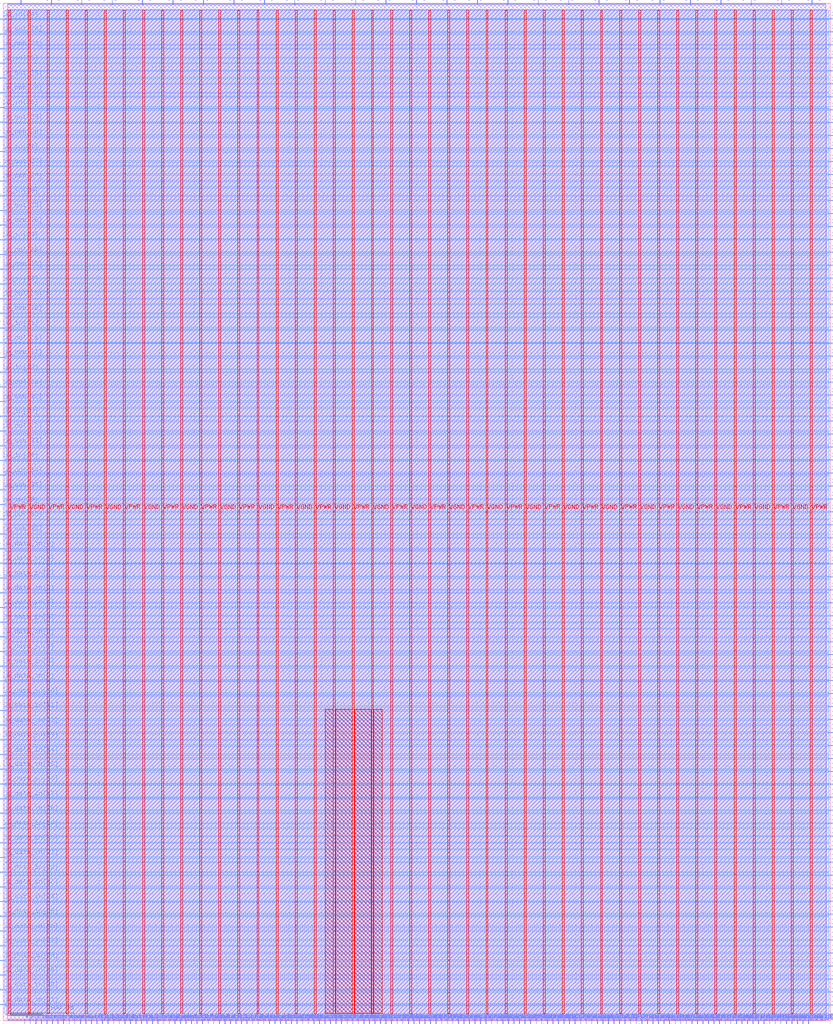
<source format=lef>
VERSION 5.7 ;
  NOWIREEXTENSIONATPIN ON ;
  DIVIDERCHAR "/" ;
  BUSBITCHARS "[]" ;
MACRO user_project_1
  CLASS BLOCK ;
  FOREIGN user_project_1 ;
  ORIGIN 0.000 0.000 ;
  SIZE 1300.000 BY 1600.000 ;
  PIN VGND
    DIRECTION INOUT ;
    USE GROUND ;
    PORT
      LAYER met4 ;
        RECT 38.970 10.640 42.070 1588.720 ;
    END
    PORT
      LAYER met4 ;
        RECT 98.970 10.640 102.070 1588.720 ;
    END
    PORT
      LAYER met4 ;
        RECT 158.970 10.640 162.070 1588.720 ;
    END
    PORT
      LAYER met4 ;
        RECT 218.970 10.640 222.070 1588.720 ;
    END
    PORT
      LAYER met4 ;
        RECT 278.970 10.640 282.070 1588.720 ;
    END
    PORT
      LAYER met4 ;
        RECT 338.970 10.640 342.070 1588.720 ;
    END
    PORT
      LAYER met4 ;
        RECT 398.970 10.640 402.070 1588.720 ;
    END
    PORT
      LAYER met4 ;
        RECT 458.970 10.640 462.070 1588.720 ;
    END
    PORT
      LAYER met4 ;
        RECT 518.970 10.640 522.070 1588.720 ;
    END
    PORT
      LAYER met4 ;
        RECT 578.970 10.640 582.070 1588.720 ;
    END
    PORT
      LAYER met4 ;
        RECT 638.970 10.640 642.070 1588.720 ;
    END
    PORT
      LAYER met4 ;
        RECT 698.970 10.640 702.070 1588.720 ;
    END
    PORT
      LAYER met4 ;
        RECT 758.970 10.640 762.070 1588.720 ;
    END
    PORT
      LAYER met4 ;
        RECT 818.970 10.640 822.070 1588.720 ;
    END
    PORT
      LAYER met4 ;
        RECT 878.970 10.640 882.070 1588.720 ;
    END
    PORT
      LAYER met4 ;
        RECT 938.970 10.640 942.070 1588.720 ;
    END
    PORT
      LAYER met4 ;
        RECT 998.970 10.640 1002.070 1588.720 ;
    END
    PORT
      LAYER met4 ;
        RECT 1058.970 10.640 1062.070 1588.720 ;
    END
    PORT
      LAYER met4 ;
        RECT 1118.970 10.640 1122.070 1588.720 ;
    END
    PORT
      LAYER met4 ;
        RECT 1178.970 10.640 1182.070 1588.720 ;
    END
    PORT
      LAYER met4 ;
        RECT 1238.970 10.640 1242.070 1588.720 ;
    END
  END VGND
  PIN VPWR
    DIRECTION INOUT ;
    USE POWER ;
    PORT
      LAYER met4 ;
        RECT 8.970 10.640 12.070 1588.720 ;
    END
    PORT
      LAYER met4 ;
        RECT 68.970 10.640 72.070 1588.720 ;
    END
    PORT
      LAYER met4 ;
        RECT 128.970 10.640 132.070 1588.720 ;
    END
    PORT
      LAYER met4 ;
        RECT 188.970 10.640 192.070 1588.720 ;
    END
    PORT
      LAYER met4 ;
        RECT 248.970 10.640 252.070 1588.720 ;
    END
    PORT
      LAYER met4 ;
        RECT 308.970 10.640 312.070 1588.720 ;
    END
    PORT
      LAYER met4 ;
        RECT 368.970 10.640 372.070 1588.720 ;
    END
    PORT
      LAYER met4 ;
        RECT 428.970 10.640 432.070 1588.720 ;
    END
    PORT
      LAYER met4 ;
        RECT 488.970 10.640 492.070 1588.720 ;
    END
    PORT
      LAYER met4 ;
        RECT 548.970 10.640 552.070 1588.720 ;
    END
    PORT
      LAYER met4 ;
        RECT 608.970 10.640 612.070 1588.720 ;
    END
    PORT
      LAYER met4 ;
        RECT 668.970 10.640 672.070 1588.720 ;
    END
    PORT
      LAYER met4 ;
        RECT 728.970 10.640 732.070 1588.720 ;
    END
    PORT
      LAYER met4 ;
        RECT 788.970 10.640 792.070 1588.720 ;
    END
    PORT
      LAYER met4 ;
        RECT 848.970 10.640 852.070 1588.720 ;
    END
    PORT
      LAYER met4 ;
        RECT 908.970 10.640 912.070 1588.720 ;
    END
    PORT
      LAYER met4 ;
        RECT 968.970 10.640 972.070 1588.720 ;
    END
    PORT
      LAYER met4 ;
        RECT 1028.970 10.640 1032.070 1588.720 ;
    END
    PORT
      LAYER met4 ;
        RECT 1088.970 10.640 1092.070 1588.720 ;
    END
    PORT
      LAYER met4 ;
        RECT 1148.970 10.640 1152.070 1588.720 ;
    END
    PORT
      LAYER met4 ;
        RECT 1208.970 10.640 1212.070 1588.720 ;
    END
    PORT
      LAYER met4 ;
        RECT 1268.970 10.640 1272.070 1588.720 ;
    END
  END VPWR
  PIN io_in[0]
    DIRECTION INPUT ;
    USE SIGNAL ;
    PORT
      LAYER met3 ;
        RECT 1297.600 677.020 1304.800 678.220 ;
    END
  END io_in[0]
  PIN io_in[10]
    DIRECTION INPUT ;
    USE SIGNAL ;
    PORT
      LAYER met3 ;
        RECT 1297.600 1289.020 1304.800 1290.220 ;
    END
  END io_in[10]
  PIN io_in[11]
    DIRECTION INPUT ;
    USE SIGNAL ;
    PORT
      LAYER met3 ;
        RECT 1297.600 1350.220 1304.800 1351.420 ;
    END
  END io_in[11]
  PIN io_in[12]
    DIRECTION INPUT ;
    USE SIGNAL ;
    PORT
      LAYER met3 ;
        RECT 1297.600 1411.420 1304.800 1412.620 ;
    END
  END io_in[12]
  PIN io_in[13]
    DIRECTION INPUT ;
    USE SIGNAL ;
    PORT
      LAYER met3 ;
        RECT 1297.600 1472.620 1304.800 1473.820 ;
    END
  END io_in[13]
  PIN io_in[14]
    DIRECTION INPUT ;
    USE SIGNAL ;
    PORT
      LAYER met3 ;
        RECT 1297.600 1533.820 1304.800 1535.020 ;
    END
  END io_in[14]
  PIN io_in[15]
    DIRECTION INPUT ;
    USE SIGNAL ;
    PORT
      LAYER met2 ;
        RECT 1271.390 1597.600 1271.950 1604.800 ;
    END
  END io_in[15]
  PIN io_in[16]
    DIRECTION INPUT ;
    USE SIGNAL ;
    PORT
      LAYER met2 ;
        RECT 1127.870 1597.600 1128.430 1604.800 ;
    END
  END io_in[16]
  PIN io_in[17]
    DIRECTION INPUT ;
    USE SIGNAL ;
    PORT
      LAYER met2 ;
        RECT 984.350 1597.600 984.910 1604.800 ;
    END
  END io_in[17]
  PIN io_in[18]
    DIRECTION INPUT ;
    USE SIGNAL ;
    PORT
      LAYER met2 ;
        RECT 840.830 1597.600 841.390 1604.800 ;
    END
  END io_in[18]
  PIN io_in[19]
    DIRECTION INPUT ;
    USE SIGNAL ;
    PORT
      LAYER met2 ;
        RECT 697.310 1597.600 697.870 1604.800 ;
    END
  END io_in[19]
  PIN io_in[1]
    DIRECTION INPUT ;
    USE SIGNAL ;
    PORT
      LAYER met3 ;
        RECT 1297.600 738.220 1304.800 739.420 ;
    END
  END io_in[1]
  PIN io_in[20]
    DIRECTION INPUT ;
    USE SIGNAL ;
    PORT
      LAYER met2 ;
        RECT 553.790 1597.600 554.350 1604.800 ;
    END
  END io_in[20]
  PIN io_in[21]
    DIRECTION INPUT ;
    USE SIGNAL ;
    PORT
      LAYER met2 ;
        RECT 410.270 1597.600 410.830 1604.800 ;
    END
  END io_in[21]
  PIN io_in[22]
    DIRECTION INPUT ;
    USE SIGNAL ;
    PORT
      LAYER met2 ;
        RECT 266.750 1597.600 267.310 1604.800 ;
    END
  END io_in[22]
  PIN io_in[23]
    DIRECTION INPUT ;
    USE SIGNAL ;
    PORT
      LAYER met2 ;
        RECT 123.230 1597.600 123.790 1604.800 ;
    END
  END io_in[23]
  PIN io_in[24]
    DIRECTION INPUT ;
    USE SIGNAL ;
    PORT
      LAYER met3 ;
        RECT -4.800 1573.940 2.400 1575.140 ;
    END
  END io_in[24]
  PIN io_in[25]
    DIRECTION INPUT ;
    USE SIGNAL ;
    PORT
      LAYER met3 ;
        RECT -4.800 1504.580 2.400 1505.780 ;
    END
  END io_in[25]
  PIN io_in[26]
    DIRECTION INPUT ;
    USE SIGNAL ;
    PORT
      LAYER met3 ;
        RECT -4.800 1435.220 2.400 1436.420 ;
    END
  END io_in[26]
  PIN io_in[27]
    DIRECTION INPUT ;
    USE SIGNAL ;
    PORT
      LAYER met3 ;
        RECT -4.800 1365.860 2.400 1367.060 ;
    END
  END io_in[27]
  PIN io_in[28]
    DIRECTION INPUT ;
    USE SIGNAL ;
    PORT
      LAYER met3 ;
        RECT -4.800 1296.500 2.400 1297.700 ;
    END
  END io_in[28]
  PIN io_in[29]
    DIRECTION INPUT ;
    USE SIGNAL ;
    PORT
      LAYER met3 ;
        RECT -4.800 1227.140 2.400 1228.340 ;
    END
  END io_in[29]
  PIN io_in[2]
    DIRECTION INPUT ;
    USE SIGNAL ;
    PORT
      LAYER met3 ;
        RECT 1297.600 799.420 1304.800 800.620 ;
    END
  END io_in[2]
  PIN io_in[30]
    DIRECTION INPUT ;
    USE SIGNAL ;
    PORT
      LAYER met3 ;
        RECT -4.800 1157.780 2.400 1158.980 ;
    END
  END io_in[30]
  PIN io_in[31]
    DIRECTION INPUT ;
    USE SIGNAL ;
    PORT
      LAYER met3 ;
        RECT -4.800 1088.420 2.400 1089.620 ;
    END
  END io_in[31]
  PIN io_in[32]
    DIRECTION INPUT ;
    USE SIGNAL ;
    PORT
      LAYER met3 ;
        RECT -4.800 1019.060 2.400 1020.260 ;
    END
  END io_in[32]
  PIN io_in[33]
    DIRECTION INPUT ;
    USE SIGNAL ;
    PORT
      LAYER met3 ;
        RECT -4.800 949.700 2.400 950.900 ;
    END
  END io_in[33]
  PIN io_in[34]
    DIRECTION INPUT ;
    USE SIGNAL ;
    PORT
      LAYER met3 ;
        RECT -4.800 880.340 2.400 881.540 ;
    END
  END io_in[34]
  PIN io_in[35]
    DIRECTION INPUT ;
    USE SIGNAL ;
    PORT
      LAYER met3 ;
        RECT -4.800 810.980 2.400 812.180 ;
    END
  END io_in[35]
  PIN io_in[3]
    DIRECTION INPUT ;
    USE SIGNAL ;
    PORT
      LAYER met3 ;
        RECT 1297.600 860.620 1304.800 861.820 ;
    END
  END io_in[3]
  PIN io_in[4]
    DIRECTION INPUT ;
    USE SIGNAL ;
    PORT
      LAYER met3 ;
        RECT 1297.600 921.820 1304.800 923.020 ;
    END
  END io_in[4]
  PIN io_in[5]
    DIRECTION INPUT ;
    USE SIGNAL ;
    PORT
      LAYER met3 ;
        RECT 1297.600 983.020 1304.800 984.220 ;
    END
  END io_in[5]
  PIN io_in[6]
    DIRECTION INPUT ;
    USE SIGNAL ;
    PORT
      LAYER met3 ;
        RECT 1297.600 1044.220 1304.800 1045.420 ;
    END
  END io_in[6]
  PIN io_in[7]
    DIRECTION INPUT ;
    USE SIGNAL ;
    PORT
      LAYER met3 ;
        RECT 1297.600 1105.420 1304.800 1106.620 ;
    END
  END io_in[7]
  PIN io_in[8]
    DIRECTION INPUT ;
    USE SIGNAL ;
    PORT
      LAYER met3 ;
        RECT 1297.600 1166.620 1304.800 1167.820 ;
    END
  END io_in[8]
  PIN io_in[9]
    DIRECTION INPUT ;
    USE SIGNAL ;
    PORT
      LAYER met3 ;
        RECT 1297.600 1227.820 1304.800 1229.020 ;
    END
  END io_in[9]
  PIN io_oeb[0]
    DIRECTION OUTPUT TRISTATE ;
    USE SIGNAL ;
    PORT
      LAYER met3 ;
        RECT 1297.600 717.820 1304.800 719.020 ;
    END
  END io_oeb[0]
  PIN io_oeb[10]
    DIRECTION OUTPUT TRISTATE ;
    USE SIGNAL ;
    PORT
      LAYER met3 ;
        RECT 1297.600 1329.820 1304.800 1331.020 ;
    END
  END io_oeb[10]
  PIN io_oeb[11]
    DIRECTION OUTPUT TRISTATE ;
    USE SIGNAL ;
    PORT
      LAYER met3 ;
        RECT 1297.600 1391.020 1304.800 1392.220 ;
    END
  END io_oeb[11]
  PIN io_oeb[12]
    DIRECTION OUTPUT TRISTATE ;
    USE SIGNAL ;
    PORT
      LAYER met3 ;
        RECT 1297.600 1452.220 1304.800 1453.420 ;
    END
  END io_oeb[12]
  PIN io_oeb[13]
    DIRECTION OUTPUT TRISTATE ;
    USE SIGNAL ;
    PORT
      LAYER met3 ;
        RECT 1297.600 1513.420 1304.800 1514.620 ;
    END
  END io_oeb[13]
  PIN io_oeb[14]
    DIRECTION OUTPUT TRISTATE ;
    USE SIGNAL ;
    PORT
      LAYER met3 ;
        RECT 1297.600 1574.620 1304.800 1575.820 ;
    END
  END io_oeb[14]
  PIN io_oeb[15]
    DIRECTION OUTPUT TRISTATE ;
    USE SIGNAL ;
    PORT
      LAYER met2 ;
        RECT 1175.710 1597.600 1176.270 1604.800 ;
    END
  END io_oeb[15]
  PIN io_oeb[16]
    DIRECTION OUTPUT TRISTATE ;
    USE SIGNAL ;
    PORT
      LAYER met2 ;
        RECT 1032.190 1597.600 1032.750 1604.800 ;
    END
  END io_oeb[16]
  PIN io_oeb[17]
    DIRECTION OUTPUT TRISTATE ;
    USE SIGNAL ;
    PORT
      LAYER met2 ;
        RECT 888.670 1597.600 889.230 1604.800 ;
    END
  END io_oeb[17]
  PIN io_oeb[18]
    DIRECTION OUTPUT TRISTATE ;
    USE SIGNAL ;
    PORT
      LAYER met2 ;
        RECT 745.150 1597.600 745.710 1604.800 ;
    END
  END io_oeb[18]
  PIN io_oeb[19]
    DIRECTION OUTPUT TRISTATE ;
    USE SIGNAL ;
    PORT
      LAYER met2 ;
        RECT 601.630 1597.600 602.190 1604.800 ;
    END
  END io_oeb[19]
  PIN io_oeb[1]
    DIRECTION OUTPUT TRISTATE ;
    USE SIGNAL ;
    PORT
      LAYER met3 ;
        RECT 1297.600 779.020 1304.800 780.220 ;
    END
  END io_oeb[1]
  PIN io_oeb[20]
    DIRECTION OUTPUT TRISTATE ;
    USE SIGNAL ;
    PORT
      LAYER met2 ;
        RECT 458.110 1597.600 458.670 1604.800 ;
    END
  END io_oeb[20]
  PIN io_oeb[21]
    DIRECTION OUTPUT TRISTATE ;
    USE SIGNAL ;
    PORT
      LAYER met2 ;
        RECT 314.590 1597.600 315.150 1604.800 ;
    END
  END io_oeb[21]
  PIN io_oeb[22]
    DIRECTION OUTPUT TRISTATE ;
    USE SIGNAL ;
    PORT
      LAYER met2 ;
        RECT 171.070 1597.600 171.630 1604.800 ;
    END
  END io_oeb[22]
  PIN io_oeb[23]
    DIRECTION OUTPUT TRISTATE ;
    USE SIGNAL ;
    PORT
      LAYER met2 ;
        RECT 27.550 1597.600 28.110 1604.800 ;
    END
  END io_oeb[23]
  PIN io_oeb[24]
    DIRECTION OUTPUT TRISTATE ;
    USE SIGNAL ;
    PORT
      LAYER met3 ;
        RECT -4.800 1527.700 2.400 1528.900 ;
    END
  END io_oeb[24]
  PIN io_oeb[25]
    DIRECTION OUTPUT TRISTATE ;
    USE SIGNAL ;
    PORT
      LAYER met3 ;
        RECT -4.800 1458.340 2.400 1459.540 ;
    END
  END io_oeb[25]
  PIN io_oeb[26]
    DIRECTION OUTPUT TRISTATE ;
    USE SIGNAL ;
    PORT
      LAYER met3 ;
        RECT -4.800 1388.980 2.400 1390.180 ;
    END
  END io_oeb[26]
  PIN io_oeb[27]
    DIRECTION OUTPUT TRISTATE ;
    USE SIGNAL ;
    PORT
      LAYER met3 ;
        RECT -4.800 1319.620 2.400 1320.820 ;
    END
  END io_oeb[27]
  PIN io_oeb[28]
    DIRECTION OUTPUT TRISTATE ;
    USE SIGNAL ;
    PORT
      LAYER met3 ;
        RECT -4.800 1250.260 2.400 1251.460 ;
    END
  END io_oeb[28]
  PIN io_oeb[29]
    DIRECTION OUTPUT TRISTATE ;
    USE SIGNAL ;
    PORT
      LAYER met3 ;
        RECT -4.800 1180.900 2.400 1182.100 ;
    END
  END io_oeb[29]
  PIN io_oeb[2]
    DIRECTION OUTPUT TRISTATE ;
    USE SIGNAL ;
    PORT
      LAYER met3 ;
        RECT 1297.600 840.220 1304.800 841.420 ;
    END
  END io_oeb[2]
  PIN io_oeb[30]
    DIRECTION OUTPUT TRISTATE ;
    USE SIGNAL ;
    PORT
      LAYER met3 ;
        RECT -4.800 1111.540 2.400 1112.740 ;
    END
  END io_oeb[30]
  PIN io_oeb[31]
    DIRECTION OUTPUT TRISTATE ;
    USE SIGNAL ;
    PORT
      LAYER met3 ;
        RECT -4.800 1042.180 2.400 1043.380 ;
    END
  END io_oeb[31]
  PIN io_oeb[32]
    DIRECTION OUTPUT TRISTATE ;
    USE SIGNAL ;
    PORT
      LAYER met3 ;
        RECT -4.800 972.820 2.400 974.020 ;
    END
  END io_oeb[32]
  PIN io_oeb[33]
    DIRECTION OUTPUT TRISTATE ;
    USE SIGNAL ;
    PORT
      LAYER met3 ;
        RECT -4.800 903.460 2.400 904.660 ;
    END
  END io_oeb[33]
  PIN io_oeb[34]
    DIRECTION OUTPUT TRISTATE ;
    USE SIGNAL ;
    PORT
      LAYER met3 ;
        RECT -4.800 834.100 2.400 835.300 ;
    END
  END io_oeb[34]
  PIN io_oeb[35]
    DIRECTION OUTPUT TRISTATE ;
    USE SIGNAL ;
    PORT
      LAYER met3 ;
        RECT -4.800 764.740 2.400 765.940 ;
    END
  END io_oeb[35]
  PIN io_oeb[3]
    DIRECTION OUTPUT TRISTATE ;
    USE SIGNAL ;
    PORT
      LAYER met3 ;
        RECT 1297.600 901.420 1304.800 902.620 ;
    END
  END io_oeb[3]
  PIN io_oeb[4]
    DIRECTION OUTPUT TRISTATE ;
    USE SIGNAL ;
    PORT
      LAYER met3 ;
        RECT 1297.600 962.620 1304.800 963.820 ;
    END
  END io_oeb[4]
  PIN io_oeb[5]
    DIRECTION OUTPUT TRISTATE ;
    USE SIGNAL ;
    PORT
      LAYER met3 ;
        RECT 1297.600 1023.820 1304.800 1025.020 ;
    END
  END io_oeb[5]
  PIN io_oeb[6]
    DIRECTION OUTPUT TRISTATE ;
    USE SIGNAL ;
    PORT
      LAYER met3 ;
        RECT 1297.600 1085.020 1304.800 1086.220 ;
    END
  END io_oeb[6]
  PIN io_oeb[7]
    DIRECTION OUTPUT TRISTATE ;
    USE SIGNAL ;
    PORT
      LAYER met3 ;
        RECT 1297.600 1146.220 1304.800 1147.420 ;
    END
  END io_oeb[7]
  PIN io_oeb[8]
    DIRECTION OUTPUT TRISTATE ;
    USE SIGNAL ;
    PORT
      LAYER met3 ;
        RECT 1297.600 1207.420 1304.800 1208.620 ;
    END
  END io_oeb[8]
  PIN io_oeb[9]
    DIRECTION OUTPUT TRISTATE ;
    USE SIGNAL ;
    PORT
      LAYER met3 ;
        RECT 1297.600 1268.620 1304.800 1269.820 ;
    END
  END io_oeb[9]
  PIN io_out[0]
    DIRECTION OUTPUT TRISTATE ;
    USE SIGNAL ;
    PORT
      LAYER met3 ;
        RECT 1297.600 697.420 1304.800 698.620 ;
    END
  END io_out[0]
  PIN io_out[10]
    DIRECTION OUTPUT TRISTATE ;
    USE SIGNAL ;
    PORT
      LAYER met3 ;
        RECT 1297.600 1309.420 1304.800 1310.620 ;
    END
  END io_out[10]
  PIN io_out[11]
    DIRECTION OUTPUT TRISTATE ;
    USE SIGNAL ;
    PORT
      LAYER met3 ;
        RECT 1297.600 1370.620 1304.800 1371.820 ;
    END
  END io_out[11]
  PIN io_out[12]
    DIRECTION OUTPUT TRISTATE ;
    USE SIGNAL ;
    PORT
      LAYER met3 ;
        RECT 1297.600 1431.820 1304.800 1433.020 ;
    END
  END io_out[12]
  PIN io_out[13]
    DIRECTION OUTPUT TRISTATE ;
    USE SIGNAL ;
    PORT
      LAYER met3 ;
        RECT 1297.600 1493.020 1304.800 1494.220 ;
    END
  END io_out[13]
  PIN io_out[14]
    DIRECTION OUTPUT TRISTATE ;
    USE SIGNAL ;
    PORT
      LAYER met3 ;
        RECT 1297.600 1554.220 1304.800 1555.420 ;
    END
  END io_out[14]
  PIN io_out[15]
    DIRECTION OUTPUT TRISTATE ;
    USE SIGNAL ;
    PORT
      LAYER met2 ;
        RECT 1223.550 1597.600 1224.110 1604.800 ;
    END
  END io_out[15]
  PIN io_out[16]
    DIRECTION OUTPUT TRISTATE ;
    USE SIGNAL ;
    PORT
      LAYER met2 ;
        RECT 1080.030 1597.600 1080.590 1604.800 ;
    END
  END io_out[16]
  PIN io_out[17]
    DIRECTION OUTPUT TRISTATE ;
    USE SIGNAL ;
    PORT
      LAYER met2 ;
        RECT 936.510 1597.600 937.070 1604.800 ;
    END
  END io_out[17]
  PIN io_out[18]
    DIRECTION OUTPUT TRISTATE ;
    USE SIGNAL ;
    PORT
      LAYER met2 ;
        RECT 792.990 1597.600 793.550 1604.800 ;
    END
  END io_out[18]
  PIN io_out[19]
    DIRECTION OUTPUT TRISTATE ;
    USE SIGNAL ;
    PORT
      LAYER met2 ;
        RECT 649.470 1597.600 650.030 1604.800 ;
    END
  END io_out[19]
  PIN io_out[1]
    DIRECTION OUTPUT TRISTATE ;
    USE SIGNAL ;
    PORT
      LAYER met3 ;
        RECT 1297.600 758.620 1304.800 759.820 ;
    END
  END io_out[1]
  PIN io_out[20]
    DIRECTION OUTPUT TRISTATE ;
    USE SIGNAL ;
    PORT
      LAYER met2 ;
        RECT 505.950 1597.600 506.510 1604.800 ;
    END
  END io_out[20]
  PIN io_out[21]
    DIRECTION OUTPUT TRISTATE ;
    USE SIGNAL ;
    PORT
      LAYER met2 ;
        RECT 362.430 1597.600 362.990 1604.800 ;
    END
  END io_out[21]
  PIN io_out[22]
    DIRECTION OUTPUT TRISTATE ;
    USE SIGNAL ;
    PORT
      LAYER met2 ;
        RECT 218.910 1597.600 219.470 1604.800 ;
    END
  END io_out[22]
  PIN io_out[23]
    DIRECTION OUTPUT TRISTATE ;
    USE SIGNAL ;
    PORT
      LAYER met2 ;
        RECT 75.390 1597.600 75.950 1604.800 ;
    END
  END io_out[23]
  PIN io_out[24]
    DIRECTION OUTPUT TRISTATE ;
    USE SIGNAL ;
    PORT
      LAYER met3 ;
        RECT -4.800 1550.820 2.400 1552.020 ;
    END
  END io_out[24]
  PIN io_out[25]
    DIRECTION OUTPUT TRISTATE ;
    USE SIGNAL ;
    PORT
      LAYER met3 ;
        RECT -4.800 1481.460 2.400 1482.660 ;
    END
  END io_out[25]
  PIN io_out[26]
    DIRECTION OUTPUT TRISTATE ;
    USE SIGNAL ;
    PORT
      LAYER met3 ;
        RECT -4.800 1412.100 2.400 1413.300 ;
    END
  END io_out[26]
  PIN io_out[27]
    DIRECTION OUTPUT TRISTATE ;
    USE SIGNAL ;
    PORT
      LAYER met3 ;
        RECT -4.800 1342.740 2.400 1343.940 ;
    END
  END io_out[27]
  PIN io_out[28]
    DIRECTION OUTPUT TRISTATE ;
    USE SIGNAL ;
    PORT
      LAYER met3 ;
        RECT -4.800 1273.380 2.400 1274.580 ;
    END
  END io_out[28]
  PIN io_out[29]
    DIRECTION OUTPUT TRISTATE ;
    USE SIGNAL ;
    PORT
      LAYER met3 ;
        RECT -4.800 1204.020 2.400 1205.220 ;
    END
  END io_out[29]
  PIN io_out[2]
    DIRECTION OUTPUT TRISTATE ;
    USE SIGNAL ;
    PORT
      LAYER met3 ;
        RECT 1297.600 819.820 1304.800 821.020 ;
    END
  END io_out[2]
  PIN io_out[30]
    DIRECTION OUTPUT TRISTATE ;
    USE SIGNAL ;
    PORT
      LAYER met3 ;
        RECT -4.800 1134.660 2.400 1135.860 ;
    END
  END io_out[30]
  PIN io_out[31]
    DIRECTION OUTPUT TRISTATE ;
    USE SIGNAL ;
    PORT
      LAYER met3 ;
        RECT -4.800 1065.300 2.400 1066.500 ;
    END
  END io_out[31]
  PIN io_out[32]
    DIRECTION OUTPUT TRISTATE ;
    USE SIGNAL ;
    PORT
      LAYER met3 ;
        RECT -4.800 995.940 2.400 997.140 ;
    END
  END io_out[32]
  PIN io_out[33]
    DIRECTION OUTPUT TRISTATE ;
    USE SIGNAL ;
    PORT
      LAYER met3 ;
        RECT -4.800 926.580 2.400 927.780 ;
    END
  END io_out[33]
  PIN io_out[34]
    DIRECTION OUTPUT TRISTATE ;
    USE SIGNAL ;
    PORT
      LAYER met3 ;
        RECT -4.800 857.220 2.400 858.420 ;
    END
  END io_out[34]
  PIN io_out[35]
    DIRECTION OUTPUT TRISTATE ;
    USE SIGNAL ;
    PORT
      LAYER met3 ;
        RECT -4.800 787.860 2.400 789.060 ;
    END
  END io_out[35]
  PIN io_out[3]
    DIRECTION OUTPUT TRISTATE ;
    USE SIGNAL ;
    PORT
      LAYER met3 ;
        RECT 1297.600 881.020 1304.800 882.220 ;
    END
  END io_out[3]
  PIN io_out[4]
    DIRECTION OUTPUT TRISTATE ;
    USE SIGNAL ;
    PORT
      LAYER met3 ;
        RECT 1297.600 942.220 1304.800 943.420 ;
    END
  END io_out[4]
  PIN io_out[5]
    DIRECTION OUTPUT TRISTATE ;
    USE SIGNAL ;
    PORT
      LAYER met3 ;
        RECT 1297.600 1003.420 1304.800 1004.620 ;
    END
  END io_out[5]
  PIN io_out[6]
    DIRECTION OUTPUT TRISTATE ;
    USE SIGNAL ;
    PORT
      LAYER met3 ;
        RECT 1297.600 1064.620 1304.800 1065.820 ;
    END
  END io_out[6]
  PIN io_out[7]
    DIRECTION OUTPUT TRISTATE ;
    USE SIGNAL ;
    PORT
      LAYER met3 ;
        RECT 1297.600 1125.820 1304.800 1127.020 ;
    END
  END io_out[7]
  PIN io_out[8]
    DIRECTION OUTPUT TRISTATE ;
    USE SIGNAL ;
    PORT
      LAYER met3 ;
        RECT 1297.600 1187.020 1304.800 1188.220 ;
    END
  END io_out[8]
  PIN io_out[9]
    DIRECTION OUTPUT TRISTATE ;
    USE SIGNAL ;
    PORT
      LAYER met3 ;
        RECT 1297.600 1248.220 1304.800 1249.420 ;
    END
  END io_out[9]
  PIN la_data_in[0]
    DIRECTION INPUT ;
    USE SIGNAL ;
    PORT
      LAYER met3 ;
        RECT -4.800 741.620 2.400 742.820 ;
    END
  END la_data_in[0]
  PIN la_data_in[10]
    DIRECTION INPUT ;
    USE SIGNAL ;
    PORT
      LAYER met3 ;
        RECT -4.800 510.420 2.400 511.620 ;
    END
  END la_data_in[10]
  PIN la_data_in[11]
    DIRECTION INPUT ;
    USE SIGNAL ;
    PORT
      LAYER met3 ;
        RECT -4.800 487.300 2.400 488.500 ;
    END
  END la_data_in[11]
  PIN la_data_in[12]
    DIRECTION INPUT ;
    USE SIGNAL ;
    PORT
      LAYER met3 ;
        RECT -4.800 464.180 2.400 465.380 ;
    END
  END la_data_in[12]
  PIN la_data_in[13]
    DIRECTION INPUT ;
    USE SIGNAL ;
    PORT
      LAYER met3 ;
        RECT -4.800 441.060 2.400 442.260 ;
    END
  END la_data_in[13]
  PIN la_data_in[14]
    DIRECTION INPUT ;
    USE SIGNAL ;
    PORT
      LAYER met3 ;
        RECT -4.800 417.940 2.400 419.140 ;
    END
  END la_data_in[14]
  PIN la_data_in[15]
    DIRECTION INPUT ;
    USE SIGNAL ;
    PORT
      LAYER met3 ;
        RECT -4.800 394.820 2.400 396.020 ;
    END
  END la_data_in[15]
  PIN la_data_in[16]
    DIRECTION INPUT ;
    USE SIGNAL ;
    PORT
      LAYER met3 ;
        RECT -4.800 371.700 2.400 372.900 ;
    END
  END la_data_in[16]
  PIN la_data_in[17]
    DIRECTION INPUT ;
    USE SIGNAL ;
    PORT
      LAYER met3 ;
        RECT -4.800 348.580 2.400 349.780 ;
    END
  END la_data_in[17]
  PIN la_data_in[18]
    DIRECTION INPUT ;
    USE SIGNAL ;
    PORT
      LAYER met3 ;
        RECT -4.800 325.460 2.400 326.660 ;
    END
  END la_data_in[18]
  PIN la_data_in[19]
    DIRECTION INPUT ;
    USE SIGNAL ;
    PORT
      LAYER met3 ;
        RECT -4.800 302.340 2.400 303.540 ;
    END
  END la_data_in[19]
  PIN la_data_in[1]
    DIRECTION INPUT ;
    USE SIGNAL ;
    PORT
      LAYER met3 ;
        RECT -4.800 718.500 2.400 719.700 ;
    END
  END la_data_in[1]
  PIN la_data_in[20]
    DIRECTION INPUT ;
    USE SIGNAL ;
    PORT
      LAYER met3 ;
        RECT -4.800 279.220 2.400 280.420 ;
    END
  END la_data_in[20]
  PIN la_data_in[21]
    DIRECTION INPUT ;
    USE SIGNAL ;
    PORT
      LAYER met3 ;
        RECT -4.800 256.100 2.400 257.300 ;
    END
  END la_data_in[21]
  PIN la_data_in[22]
    DIRECTION INPUT ;
    USE SIGNAL ;
    PORT
      LAYER met3 ;
        RECT -4.800 232.980 2.400 234.180 ;
    END
  END la_data_in[22]
  PIN la_data_in[23]
    DIRECTION INPUT ;
    USE SIGNAL ;
    PORT
      LAYER met3 ;
        RECT -4.800 209.860 2.400 211.060 ;
    END
  END la_data_in[23]
  PIN la_data_in[24]
    DIRECTION INPUT ;
    USE SIGNAL ;
    PORT
      LAYER met3 ;
        RECT -4.800 186.740 2.400 187.940 ;
    END
  END la_data_in[24]
  PIN la_data_in[25]
    DIRECTION INPUT ;
    USE SIGNAL ;
    PORT
      LAYER met3 ;
        RECT -4.800 163.620 2.400 164.820 ;
    END
  END la_data_in[25]
  PIN la_data_in[26]
    DIRECTION INPUT ;
    USE SIGNAL ;
    PORT
      LAYER met3 ;
        RECT -4.800 140.500 2.400 141.700 ;
    END
  END la_data_in[26]
  PIN la_data_in[27]
    DIRECTION INPUT ;
    USE SIGNAL ;
    PORT
      LAYER met3 ;
        RECT -4.800 117.380 2.400 118.580 ;
    END
  END la_data_in[27]
  PIN la_data_in[28]
    DIRECTION INPUT ;
    USE SIGNAL ;
    PORT
      LAYER met3 ;
        RECT -4.800 94.260 2.400 95.460 ;
    END
  END la_data_in[28]
  PIN la_data_in[29]
    DIRECTION INPUT ;
    USE SIGNAL ;
    PORT
      LAYER met3 ;
        RECT -4.800 71.140 2.400 72.340 ;
    END
  END la_data_in[29]
  PIN la_data_in[2]
    DIRECTION INPUT ;
    USE SIGNAL ;
    PORT
      LAYER met3 ;
        RECT -4.800 695.380 2.400 696.580 ;
    END
  END la_data_in[2]
  PIN la_data_in[30]
    DIRECTION INPUT ;
    USE SIGNAL ;
    PORT
      LAYER met3 ;
        RECT -4.800 48.020 2.400 49.220 ;
    END
  END la_data_in[30]
  PIN la_data_in[31]
    DIRECTION INPUT ;
    USE SIGNAL ;
    PORT
      LAYER met3 ;
        RECT -4.800 24.900 2.400 26.100 ;
    END
  END la_data_in[31]
  PIN la_data_in[3]
    DIRECTION INPUT ;
    USE SIGNAL ;
    PORT
      LAYER met3 ;
        RECT -4.800 672.260 2.400 673.460 ;
    END
  END la_data_in[3]
  PIN la_data_in[4]
    DIRECTION INPUT ;
    USE SIGNAL ;
    PORT
      LAYER met3 ;
        RECT -4.800 649.140 2.400 650.340 ;
    END
  END la_data_in[4]
  PIN la_data_in[5]
    DIRECTION INPUT ;
    USE SIGNAL ;
    PORT
      LAYER met3 ;
        RECT -4.800 626.020 2.400 627.220 ;
    END
  END la_data_in[5]
  PIN la_data_in[6]
    DIRECTION INPUT ;
    USE SIGNAL ;
    PORT
      LAYER met3 ;
        RECT -4.800 602.900 2.400 604.100 ;
    END
  END la_data_in[6]
  PIN la_data_in[7]
    DIRECTION INPUT ;
    USE SIGNAL ;
    PORT
      LAYER met3 ;
        RECT -4.800 579.780 2.400 580.980 ;
    END
  END la_data_in[7]
  PIN la_data_in[8]
    DIRECTION INPUT ;
    USE SIGNAL ;
    PORT
      LAYER met3 ;
        RECT -4.800 556.660 2.400 557.860 ;
    END
  END la_data_in[8]
  PIN la_data_in[9]
    DIRECTION INPUT ;
    USE SIGNAL ;
    PORT
      LAYER met3 ;
        RECT -4.800 533.540 2.400 534.740 ;
    END
  END la_data_in[9]
  PIN la_data_out[0]
    DIRECTION OUTPUT TRISTATE ;
    USE SIGNAL ;
    PORT
      LAYER met2 ;
        RECT 959.970 -4.800 960.530 2.400 ;
    END
  END la_data_out[0]
  PIN la_data_out[10]
    DIRECTION OUTPUT TRISTATE ;
    USE SIGNAL ;
    PORT
      LAYER met2 ;
        RECT 1047.370 -4.800 1047.930 2.400 ;
    END
  END la_data_out[10]
  PIN la_data_out[11]
    DIRECTION OUTPUT TRISTATE ;
    USE SIGNAL ;
    PORT
      LAYER met2 ;
        RECT 1056.110 -4.800 1056.670 2.400 ;
    END
  END la_data_out[11]
  PIN la_data_out[12]
    DIRECTION OUTPUT TRISTATE ;
    USE SIGNAL ;
    PORT
      LAYER met2 ;
        RECT 1064.850 -4.800 1065.410 2.400 ;
    END
  END la_data_out[12]
  PIN la_data_out[13]
    DIRECTION OUTPUT TRISTATE ;
    USE SIGNAL ;
    PORT
      LAYER met2 ;
        RECT 1073.590 -4.800 1074.150 2.400 ;
    END
  END la_data_out[13]
  PIN la_data_out[14]
    DIRECTION OUTPUT TRISTATE ;
    USE SIGNAL ;
    PORT
      LAYER met2 ;
        RECT 1082.330 -4.800 1082.890 2.400 ;
    END
  END la_data_out[14]
  PIN la_data_out[15]
    DIRECTION OUTPUT TRISTATE ;
    USE SIGNAL ;
    PORT
      LAYER met2 ;
        RECT 1091.070 -4.800 1091.630 2.400 ;
    END
  END la_data_out[15]
  PIN la_data_out[16]
    DIRECTION OUTPUT TRISTATE ;
    USE SIGNAL ;
    PORT
      LAYER met2 ;
        RECT 1099.810 -4.800 1100.370 2.400 ;
    END
  END la_data_out[16]
  PIN la_data_out[17]
    DIRECTION OUTPUT TRISTATE ;
    USE SIGNAL ;
    PORT
      LAYER met2 ;
        RECT 1108.550 -4.800 1109.110 2.400 ;
    END
  END la_data_out[17]
  PIN la_data_out[18]
    DIRECTION OUTPUT TRISTATE ;
    USE SIGNAL ;
    PORT
      LAYER met2 ;
        RECT 1117.290 -4.800 1117.850 2.400 ;
    END
  END la_data_out[18]
  PIN la_data_out[19]
    DIRECTION OUTPUT TRISTATE ;
    USE SIGNAL ;
    PORT
      LAYER met2 ;
        RECT 1126.030 -4.800 1126.590 2.400 ;
    END
  END la_data_out[19]
  PIN la_data_out[1]
    DIRECTION OUTPUT TRISTATE ;
    USE SIGNAL ;
    PORT
      LAYER met2 ;
        RECT 968.710 -4.800 969.270 2.400 ;
    END
  END la_data_out[1]
  PIN la_data_out[20]
    DIRECTION OUTPUT TRISTATE ;
    USE SIGNAL ;
    PORT
      LAYER met2 ;
        RECT 1134.770 -4.800 1135.330 2.400 ;
    END
  END la_data_out[20]
  PIN la_data_out[21]
    DIRECTION OUTPUT TRISTATE ;
    USE SIGNAL ;
    PORT
      LAYER met2 ;
        RECT 1143.510 -4.800 1144.070 2.400 ;
    END
  END la_data_out[21]
  PIN la_data_out[22]
    DIRECTION OUTPUT TRISTATE ;
    USE SIGNAL ;
    PORT
      LAYER met2 ;
        RECT 1152.250 -4.800 1152.810 2.400 ;
    END
  END la_data_out[22]
  PIN la_data_out[23]
    DIRECTION OUTPUT TRISTATE ;
    USE SIGNAL ;
    PORT
      LAYER met2 ;
        RECT 1160.990 -4.800 1161.550 2.400 ;
    END
  END la_data_out[23]
  PIN la_data_out[24]
    DIRECTION OUTPUT TRISTATE ;
    USE SIGNAL ;
    PORT
      LAYER met2 ;
        RECT 1169.730 -4.800 1170.290 2.400 ;
    END
  END la_data_out[24]
  PIN la_data_out[25]
    DIRECTION OUTPUT TRISTATE ;
    USE SIGNAL ;
    PORT
      LAYER met2 ;
        RECT 1178.470 -4.800 1179.030 2.400 ;
    END
  END la_data_out[25]
  PIN la_data_out[26]
    DIRECTION OUTPUT TRISTATE ;
    USE SIGNAL ;
    PORT
      LAYER met2 ;
        RECT 1187.210 -4.800 1187.770 2.400 ;
    END
  END la_data_out[26]
  PIN la_data_out[27]
    DIRECTION OUTPUT TRISTATE ;
    USE SIGNAL ;
    PORT
      LAYER met2 ;
        RECT 1195.950 -4.800 1196.510 2.400 ;
    END
  END la_data_out[27]
  PIN la_data_out[28]
    DIRECTION OUTPUT TRISTATE ;
    USE SIGNAL ;
    PORT
      LAYER met2 ;
        RECT 1204.690 -4.800 1205.250 2.400 ;
    END
  END la_data_out[28]
  PIN la_data_out[29]
    DIRECTION OUTPUT TRISTATE ;
    USE SIGNAL ;
    PORT
      LAYER met2 ;
        RECT 1213.430 -4.800 1213.990 2.400 ;
    END
  END la_data_out[29]
  PIN la_data_out[2]
    DIRECTION OUTPUT TRISTATE ;
    USE SIGNAL ;
    PORT
      LAYER met2 ;
        RECT 977.450 -4.800 978.010 2.400 ;
    END
  END la_data_out[2]
  PIN la_data_out[30]
    DIRECTION OUTPUT TRISTATE ;
    USE SIGNAL ;
    PORT
      LAYER met2 ;
        RECT 1222.170 -4.800 1222.730 2.400 ;
    END
  END la_data_out[30]
  PIN la_data_out[31]
    DIRECTION OUTPUT TRISTATE ;
    USE SIGNAL ;
    PORT
      LAYER met2 ;
        RECT 1230.910 -4.800 1231.470 2.400 ;
    END
  END la_data_out[31]
  PIN la_data_out[3]
    DIRECTION OUTPUT TRISTATE ;
    USE SIGNAL ;
    PORT
      LAYER met2 ;
        RECT 986.190 -4.800 986.750 2.400 ;
    END
  END la_data_out[3]
  PIN la_data_out[4]
    DIRECTION OUTPUT TRISTATE ;
    USE SIGNAL ;
    PORT
      LAYER met2 ;
        RECT 994.930 -4.800 995.490 2.400 ;
    END
  END la_data_out[4]
  PIN la_data_out[5]
    DIRECTION OUTPUT TRISTATE ;
    USE SIGNAL ;
    PORT
      LAYER met2 ;
        RECT 1003.670 -4.800 1004.230 2.400 ;
    END
  END la_data_out[5]
  PIN la_data_out[6]
    DIRECTION OUTPUT TRISTATE ;
    USE SIGNAL ;
    PORT
      LAYER met2 ;
        RECT 1012.410 -4.800 1012.970 2.400 ;
    END
  END la_data_out[6]
  PIN la_data_out[7]
    DIRECTION OUTPUT TRISTATE ;
    USE SIGNAL ;
    PORT
      LAYER met2 ;
        RECT 1021.150 -4.800 1021.710 2.400 ;
    END
  END la_data_out[7]
  PIN la_data_out[8]
    DIRECTION OUTPUT TRISTATE ;
    USE SIGNAL ;
    PORT
      LAYER met2 ;
        RECT 1029.890 -4.800 1030.450 2.400 ;
    END
  END la_data_out[8]
  PIN la_data_out[9]
    DIRECTION OUTPUT TRISTATE ;
    USE SIGNAL ;
    PORT
      LAYER met2 ;
        RECT 1038.630 -4.800 1039.190 2.400 ;
    END
  END la_data_out[9]
  PIN la_oenb[0]
    DIRECTION INPUT ;
    USE SIGNAL ;
    PORT
      LAYER met3 ;
        RECT 1297.600 24.220 1304.800 25.420 ;
    END
  END la_oenb[0]
  PIN la_oenb[10]
    DIRECTION INPUT ;
    USE SIGNAL ;
    PORT
      LAYER met3 ;
        RECT 1297.600 228.220 1304.800 229.420 ;
    END
  END la_oenb[10]
  PIN la_oenb[11]
    DIRECTION INPUT ;
    USE SIGNAL ;
    PORT
      LAYER met3 ;
        RECT 1297.600 248.620 1304.800 249.820 ;
    END
  END la_oenb[11]
  PIN la_oenb[12]
    DIRECTION INPUT ;
    USE SIGNAL ;
    PORT
      LAYER met3 ;
        RECT 1297.600 269.020 1304.800 270.220 ;
    END
  END la_oenb[12]
  PIN la_oenb[13]
    DIRECTION INPUT ;
    USE SIGNAL ;
    PORT
      LAYER met3 ;
        RECT 1297.600 289.420 1304.800 290.620 ;
    END
  END la_oenb[13]
  PIN la_oenb[14]
    DIRECTION INPUT ;
    USE SIGNAL ;
    PORT
      LAYER met3 ;
        RECT 1297.600 309.820 1304.800 311.020 ;
    END
  END la_oenb[14]
  PIN la_oenb[15]
    DIRECTION INPUT ;
    USE SIGNAL ;
    PORT
      LAYER met3 ;
        RECT 1297.600 330.220 1304.800 331.420 ;
    END
  END la_oenb[15]
  PIN la_oenb[16]
    DIRECTION INPUT ;
    USE SIGNAL ;
    PORT
      LAYER met3 ;
        RECT 1297.600 350.620 1304.800 351.820 ;
    END
  END la_oenb[16]
  PIN la_oenb[17]
    DIRECTION INPUT ;
    USE SIGNAL ;
    PORT
      LAYER met3 ;
        RECT 1297.600 371.020 1304.800 372.220 ;
    END
  END la_oenb[17]
  PIN la_oenb[18]
    DIRECTION INPUT ;
    USE SIGNAL ;
    PORT
      LAYER met3 ;
        RECT 1297.600 391.420 1304.800 392.620 ;
    END
  END la_oenb[18]
  PIN la_oenb[19]
    DIRECTION INPUT ;
    USE SIGNAL ;
    PORT
      LAYER met3 ;
        RECT 1297.600 411.820 1304.800 413.020 ;
    END
  END la_oenb[19]
  PIN la_oenb[1]
    DIRECTION INPUT ;
    USE SIGNAL ;
    PORT
      LAYER met3 ;
        RECT 1297.600 44.620 1304.800 45.820 ;
    END
  END la_oenb[1]
  PIN la_oenb[20]
    DIRECTION INPUT ;
    USE SIGNAL ;
    PORT
      LAYER met3 ;
        RECT 1297.600 432.220 1304.800 433.420 ;
    END
  END la_oenb[20]
  PIN la_oenb[21]
    DIRECTION INPUT ;
    USE SIGNAL ;
    PORT
      LAYER met3 ;
        RECT 1297.600 452.620 1304.800 453.820 ;
    END
  END la_oenb[21]
  PIN la_oenb[22]
    DIRECTION INPUT ;
    USE SIGNAL ;
    PORT
      LAYER met3 ;
        RECT 1297.600 473.020 1304.800 474.220 ;
    END
  END la_oenb[22]
  PIN la_oenb[23]
    DIRECTION INPUT ;
    USE SIGNAL ;
    PORT
      LAYER met3 ;
        RECT 1297.600 493.420 1304.800 494.620 ;
    END
  END la_oenb[23]
  PIN la_oenb[24]
    DIRECTION INPUT ;
    USE SIGNAL ;
    PORT
      LAYER met3 ;
        RECT 1297.600 513.820 1304.800 515.020 ;
    END
  END la_oenb[24]
  PIN la_oenb[25]
    DIRECTION INPUT ;
    USE SIGNAL ;
    PORT
      LAYER met3 ;
        RECT 1297.600 534.220 1304.800 535.420 ;
    END
  END la_oenb[25]
  PIN la_oenb[26]
    DIRECTION INPUT ;
    USE SIGNAL ;
    PORT
      LAYER met3 ;
        RECT 1297.600 554.620 1304.800 555.820 ;
    END
  END la_oenb[26]
  PIN la_oenb[27]
    DIRECTION INPUT ;
    USE SIGNAL ;
    PORT
      LAYER met3 ;
        RECT 1297.600 575.020 1304.800 576.220 ;
    END
  END la_oenb[27]
  PIN la_oenb[28]
    DIRECTION INPUT ;
    USE SIGNAL ;
    PORT
      LAYER met3 ;
        RECT 1297.600 595.420 1304.800 596.620 ;
    END
  END la_oenb[28]
  PIN la_oenb[29]
    DIRECTION INPUT ;
    USE SIGNAL ;
    PORT
      LAYER met3 ;
        RECT 1297.600 615.820 1304.800 617.020 ;
    END
  END la_oenb[29]
  PIN la_oenb[2]
    DIRECTION INPUT ;
    USE SIGNAL ;
    PORT
      LAYER met3 ;
        RECT 1297.600 65.020 1304.800 66.220 ;
    END
  END la_oenb[2]
  PIN la_oenb[30]
    DIRECTION INPUT ;
    USE SIGNAL ;
    PORT
      LAYER met3 ;
        RECT 1297.600 636.220 1304.800 637.420 ;
    END
  END la_oenb[30]
  PIN la_oenb[31]
    DIRECTION INPUT ;
    USE SIGNAL ;
    PORT
      LAYER met3 ;
        RECT 1297.600 656.620 1304.800 657.820 ;
    END
  END la_oenb[31]
  PIN la_oenb[3]
    DIRECTION INPUT ;
    USE SIGNAL ;
    PORT
      LAYER met3 ;
        RECT 1297.600 85.420 1304.800 86.620 ;
    END
  END la_oenb[3]
  PIN la_oenb[4]
    DIRECTION INPUT ;
    USE SIGNAL ;
    PORT
      LAYER met3 ;
        RECT 1297.600 105.820 1304.800 107.020 ;
    END
  END la_oenb[4]
  PIN la_oenb[5]
    DIRECTION INPUT ;
    USE SIGNAL ;
    PORT
      LAYER met3 ;
        RECT 1297.600 126.220 1304.800 127.420 ;
    END
  END la_oenb[5]
  PIN la_oenb[6]
    DIRECTION INPUT ;
    USE SIGNAL ;
    PORT
      LAYER met3 ;
        RECT 1297.600 146.620 1304.800 147.820 ;
    END
  END la_oenb[6]
  PIN la_oenb[7]
    DIRECTION INPUT ;
    USE SIGNAL ;
    PORT
      LAYER met3 ;
        RECT 1297.600 167.020 1304.800 168.220 ;
    END
  END la_oenb[7]
  PIN la_oenb[8]
    DIRECTION INPUT ;
    USE SIGNAL ;
    PORT
      LAYER met3 ;
        RECT 1297.600 187.420 1304.800 188.620 ;
    END
  END la_oenb[8]
  PIN la_oenb[9]
    DIRECTION INPUT ;
    USE SIGNAL ;
    PORT
      LAYER met3 ;
        RECT 1297.600 207.820 1304.800 209.020 ;
    END
  END la_oenb[9]
  PIN user_clock2
    DIRECTION INPUT ;
    USE SIGNAL ;
    PORT
      LAYER met2 ;
        RECT 1239.650 -4.800 1240.210 2.400 ;
    END
  END user_clock2
  PIN user_irq[0]
    DIRECTION OUTPUT TRISTATE ;
    USE SIGNAL ;
    PORT
      LAYER met2 ;
        RECT 1248.390 -4.800 1248.950 2.400 ;
    END
  END user_irq[0]
  PIN user_irq[1]
    DIRECTION OUTPUT TRISTATE ;
    USE SIGNAL ;
    PORT
      LAYER met2 ;
        RECT 1257.130 -4.800 1257.690 2.400 ;
    END
  END user_irq[1]
  PIN user_irq[2]
    DIRECTION OUTPUT TRISTATE ;
    USE SIGNAL ;
    PORT
      LAYER met2 ;
        RECT 1265.870 -4.800 1266.430 2.400 ;
    END
  END user_irq[2]
  PIN wb_clk_i
    DIRECTION INPUT ;
    USE SIGNAL ;
    PORT
      LAYER met2 ;
        RECT 33.530 -4.800 34.090 2.400 ;
    END
  END wb_clk_i
  PIN wb_rst_i
    DIRECTION INPUT ;
    USE SIGNAL ;
    PORT
      LAYER met2 ;
        RECT 42.270 -4.800 42.830 2.400 ;
    END
  END wb_rst_i
  PIN wbs_ack_o
    DIRECTION OUTPUT TRISTATE ;
    USE SIGNAL ;
    PORT
      LAYER met2 ;
        RECT 51.010 -4.800 51.570 2.400 ;
    END
  END wbs_ack_o
  PIN wbs_adr_i[0]
    DIRECTION INPUT ;
    USE SIGNAL ;
    PORT
      LAYER met2 ;
        RECT 85.970 -4.800 86.530 2.400 ;
    END
  END wbs_adr_i[0]
  PIN wbs_adr_i[10]
    DIRECTION INPUT ;
    USE SIGNAL ;
    PORT
      LAYER met2 ;
        RECT 383.130 -4.800 383.690 2.400 ;
    END
  END wbs_adr_i[10]
  PIN wbs_adr_i[11]
    DIRECTION INPUT ;
    USE SIGNAL ;
    PORT
      LAYER met2 ;
        RECT 409.350 -4.800 409.910 2.400 ;
    END
  END wbs_adr_i[11]
  PIN wbs_adr_i[12]
    DIRECTION INPUT ;
    USE SIGNAL ;
    PORT
      LAYER met2 ;
        RECT 435.570 -4.800 436.130 2.400 ;
    END
  END wbs_adr_i[12]
  PIN wbs_adr_i[13]
    DIRECTION INPUT ;
    USE SIGNAL ;
    PORT
      LAYER met2 ;
        RECT 461.790 -4.800 462.350 2.400 ;
    END
  END wbs_adr_i[13]
  PIN wbs_adr_i[14]
    DIRECTION INPUT ;
    USE SIGNAL ;
    PORT
      LAYER met2 ;
        RECT 488.010 -4.800 488.570 2.400 ;
    END
  END wbs_adr_i[14]
  PIN wbs_adr_i[15]
    DIRECTION INPUT ;
    USE SIGNAL ;
    PORT
      LAYER met2 ;
        RECT 514.230 -4.800 514.790 2.400 ;
    END
  END wbs_adr_i[15]
  PIN wbs_adr_i[16]
    DIRECTION INPUT ;
    USE SIGNAL ;
    PORT
      LAYER met2 ;
        RECT 540.450 -4.800 541.010 2.400 ;
    END
  END wbs_adr_i[16]
  PIN wbs_adr_i[17]
    DIRECTION INPUT ;
    USE SIGNAL ;
    PORT
      LAYER met2 ;
        RECT 566.670 -4.800 567.230 2.400 ;
    END
  END wbs_adr_i[17]
  PIN wbs_adr_i[18]
    DIRECTION INPUT ;
    USE SIGNAL ;
    PORT
      LAYER met2 ;
        RECT 592.890 -4.800 593.450 2.400 ;
    END
  END wbs_adr_i[18]
  PIN wbs_adr_i[19]
    DIRECTION INPUT ;
    USE SIGNAL ;
    PORT
      LAYER met2 ;
        RECT 619.110 -4.800 619.670 2.400 ;
    END
  END wbs_adr_i[19]
  PIN wbs_adr_i[1]
    DIRECTION INPUT ;
    USE SIGNAL ;
    PORT
      LAYER met2 ;
        RECT 120.930 -4.800 121.490 2.400 ;
    END
  END wbs_adr_i[1]
  PIN wbs_adr_i[20]
    DIRECTION INPUT ;
    USE SIGNAL ;
    PORT
      LAYER met2 ;
        RECT 645.330 -4.800 645.890 2.400 ;
    END
  END wbs_adr_i[20]
  PIN wbs_adr_i[21]
    DIRECTION INPUT ;
    USE SIGNAL ;
    PORT
      LAYER met2 ;
        RECT 671.550 -4.800 672.110 2.400 ;
    END
  END wbs_adr_i[21]
  PIN wbs_adr_i[22]
    DIRECTION INPUT ;
    USE SIGNAL ;
    PORT
      LAYER met2 ;
        RECT 697.770 -4.800 698.330 2.400 ;
    END
  END wbs_adr_i[22]
  PIN wbs_adr_i[23]
    DIRECTION INPUT ;
    USE SIGNAL ;
    PORT
      LAYER met2 ;
        RECT 723.990 -4.800 724.550 2.400 ;
    END
  END wbs_adr_i[23]
  PIN wbs_adr_i[24]
    DIRECTION INPUT ;
    USE SIGNAL ;
    PORT
      LAYER met2 ;
        RECT 750.210 -4.800 750.770 2.400 ;
    END
  END wbs_adr_i[24]
  PIN wbs_adr_i[25]
    DIRECTION INPUT ;
    USE SIGNAL ;
    PORT
      LAYER met2 ;
        RECT 776.430 -4.800 776.990 2.400 ;
    END
  END wbs_adr_i[25]
  PIN wbs_adr_i[26]
    DIRECTION INPUT ;
    USE SIGNAL ;
    PORT
      LAYER met2 ;
        RECT 802.650 -4.800 803.210 2.400 ;
    END
  END wbs_adr_i[26]
  PIN wbs_adr_i[27]
    DIRECTION INPUT ;
    USE SIGNAL ;
    PORT
      LAYER met2 ;
        RECT 828.870 -4.800 829.430 2.400 ;
    END
  END wbs_adr_i[27]
  PIN wbs_adr_i[28]
    DIRECTION INPUT ;
    USE SIGNAL ;
    PORT
      LAYER met2 ;
        RECT 855.090 -4.800 855.650 2.400 ;
    END
  END wbs_adr_i[28]
  PIN wbs_adr_i[29]
    DIRECTION INPUT ;
    USE SIGNAL ;
    PORT
      LAYER met2 ;
        RECT 881.310 -4.800 881.870 2.400 ;
    END
  END wbs_adr_i[29]
  PIN wbs_adr_i[2]
    DIRECTION INPUT ;
    USE SIGNAL ;
    PORT
      LAYER met2 ;
        RECT 155.890 -4.800 156.450 2.400 ;
    END
  END wbs_adr_i[2]
  PIN wbs_adr_i[30]
    DIRECTION INPUT ;
    USE SIGNAL ;
    PORT
      LAYER met2 ;
        RECT 907.530 -4.800 908.090 2.400 ;
    END
  END wbs_adr_i[30]
  PIN wbs_adr_i[31]
    DIRECTION INPUT ;
    USE SIGNAL ;
    PORT
      LAYER met2 ;
        RECT 933.750 -4.800 934.310 2.400 ;
    END
  END wbs_adr_i[31]
  PIN wbs_adr_i[3]
    DIRECTION INPUT ;
    USE SIGNAL ;
    PORT
      LAYER met2 ;
        RECT 190.850 -4.800 191.410 2.400 ;
    END
  END wbs_adr_i[3]
  PIN wbs_adr_i[4]
    DIRECTION INPUT ;
    USE SIGNAL ;
    PORT
      LAYER met2 ;
        RECT 225.810 -4.800 226.370 2.400 ;
    END
  END wbs_adr_i[4]
  PIN wbs_adr_i[5]
    DIRECTION INPUT ;
    USE SIGNAL ;
    PORT
      LAYER met2 ;
        RECT 252.030 -4.800 252.590 2.400 ;
    END
  END wbs_adr_i[5]
  PIN wbs_adr_i[6]
    DIRECTION INPUT ;
    USE SIGNAL ;
    PORT
      LAYER met2 ;
        RECT 278.250 -4.800 278.810 2.400 ;
    END
  END wbs_adr_i[6]
  PIN wbs_adr_i[7]
    DIRECTION INPUT ;
    USE SIGNAL ;
    PORT
      LAYER met2 ;
        RECT 304.470 -4.800 305.030 2.400 ;
    END
  END wbs_adr_i[7]
  PIN wbs_adr_i[8]
    DIRECTION INPUT ;
    USE SIGNAL ;
    PORT
      LAYER met2 ;
        RECT 330.690 -4.800 331.250 2.400 ;
    END
  END wbs_adr_i[8]
  PIN wbs_adr_i[9]
    DIRECTION INPUT ;
    USE SIGNAL ;
    PORT
      LAYER met2 ;
        RECT 356.910 -4.800 357.470 2.400 ;
    END
  END wbs_adr_i[9]
  PIN wbs_cyc_i
    DIRECTION INPUT ;
    USE SIGNAL ;
    PORT
      LAYER met2 ;
        RECT 59.750 -4.800 60.310 2.400 ;
    END
  END wbs_cyc_i
  PIN wbs_dat_i[0]
    DIRECTION INPUT ;
    USE SIGNAL ;
    PORT
      LAYER met2 ;
        RECT 94.710 -4.800 95.270 2.400 ;
    END
  END wbs_dat_i[0]
  PIN wbs_dat_i[10]
    DIRECTION INPUT ;
    USE SIGNAL ;
    PORT
      LAYER met2 ;
        RECT 391.870 -4.800 392.430 2.400 ;
    END
  END wbs_dat_i[10]
  PIN wbs_dat_i[11]
    DIRECTION INPUT ;
    USE SIGNAL ;
    PORT
      LAYER met2 ;
        RECT 418.090 -4.800 418.650 2.400 ;
    END
  END wbs_dat_i[11]
  PIN wbs_dat_i[12]
    DIRECTION INPUT ;
    USE SIGNAL ;
    PORT
      LAYER met2 ;
        RECT 444.310 -4.800 444.870 2.400 ;
    END
  END wbs_dat_i[12]
  PIN wbs_dat_i[13]
    DIRECTION INPUT ;
    USE SIGNAL ;
    PORT
      LAYER met2 ;
        RECT 470.530 -4.800 471.090 2.400 ;
    END
  END wbs_dat_i[13]
  PIN wbs_dat_i[14]
    DIRECTION INPUT ;
    USE SIGNAL ;
    PORT
      LAYER met2 ;
        RECT 496.750 -4.800 497.310 2.400 ;
    END
  END wbs_dat_i[14]
  PIN wbs_dat_i[15]
    DIRECTION INPUT ;
    USE SIGNAL ;
    PORT
      LAYER met2 ;
        RECT 522.970 -4.800 523.530 2.400 ;
    END
  END wbs_dat_i[15]
  PIN wbs_dat_i[16]
    DIRECTION INPUT ;
    USE SIGNAL ;
    PORT
      LAYER met2 ;
        RECT 549.190 -4.800 549.750 2.400 ;
    END
  END wbs_dat_i[16]
  PIN wbs_dat_i[17]
    DIRECTION INPUT ;
    USE SIGNAL ;
    PORT
      LAYER met2 ;
        RECT 575.410 -4.800 575.970 2.400 ;
    END
  END wbs_dat_i[17]
  PIN wbs_dat_i[18]
    DIRECTION INPUT ;
    USE SIGNAL ;
    PORT
      LAYER met2 ;
        RECT 601.630 -4.800 602.190 2.400 ;
    END
  END wbs_dat_i[18]
  PIN wbs_dat_i[19]
    DIRECTION INPUT ;
    USE SIGNAL ;
    PORT
      LAYER met2 ;
        RECT 627.850 -4.800 628.410 2.400 ;
    END
  END wbs_dat_i[19]
  PIN wbs_dat_i[1]
    DIRECTION INPUT ;
    USE SIGNAL ;
    PORT
      LAYER met2 ;
        RECT 129.670 -4.800 130.230 2.400 ;
    END
  END wbs_dat_i[1]
  PIN wbs_dat_i[20]
    DIRECTION INPUT ;
    USE SIGNAL ;
    PORT
      LAYER met2 ;
        RECT 654.070 -4.800 654.630 2.400 ;
    END
  END wbs_dat_i[20]
  PIN wbs_dat_i[21]
    DIRECTION INPUT ;
    USE SIGNAL ;
    PORT
      LAYER met2 ;
        RECT 680.290 -4.800 680.850 2.400 ;
    END
  END wbs_dat_i[21]
  PIN wbs_dat_i[22]
    DIRECTION INPUT ;
    USE SIGNAL ;
    PORT
      LAYER met2 ;
        RECT 706.510 -4.800 707.070 2.400 ;
    END
  END wbs_dat_i[22]
  PIN wbs_dat_i[23]
    DIRECTION INPUT ;
    USE SIGNAL ;
    PORT
      LAYER met2 ;
        RECT 732.730 -4.800 733.290 2.400 ;
    END
  END wbs_dat_i[23]
  PIN wbs_dat_i[24]
    DIRECTION INPUT ;
    USE SIGNAL ;
    PORT
      LAYER met2 ;
        RECT 758.950 -4.800 759.510 2.400 ;
    END
  END wbs_dat_i[24]
  PIN wbs_dat_i[25]
    DIRECTION INPUT ;
    USE SIGNAL ;
    PORT
      LAYER met2 ;
        RECT 785.170 -4.800 785.730 2.400 ;
    END
  END wbs_dat_i[25]
  PIN wbs_dat_i[26]
    DIRECTION INPUT ;
    USE SIGNAL ;
    PORT
      LAYER met2 ;
        RECT 811.390 -4.800 811.950 2.400 ;
    END
  END wbs_dat_i[26]
  PIN wbs_dat_i[27]
    DIRECTION INPUT ;
    USE SIGNAL ;
    PORT
      LAYER met2 ;
        RECT 837.610 -4.800 838.170 2.400 ;
    END
  END wbs_dat_i[27]
  PIN wbs_dat_i[28]
    DIRECTION INPUT ;
    USE SIGNAL ;
    PORT
      LAYER met2 ;
        RECT 863.830 -4.800 864.390 2.400 ;
    END
  END wbs_dat_i[28]
  PIN wbs_dat_i[29]
    DIRECTION INPUT ;
    USE SIGNAL ;
    PORT
      LAYER met2 ;
        RECT 890.050 -4.800 890.610 2.400 ;
    END
  END wbs_dat_i[29]
  PIN wbs_dat_i[2]
    DIRECTION INPUT ;
    USE SIGNAL ;
    PORT
      LAYER met2 ;
        RECT 164.630 -4.800 165.190 2.400 ;
    END
  END wbs_dat_i[2]
  PIN wbs_dat_i[30]
    DIRECTION INPUT ;
    USE SIGNAL ;
    PORT
      LAYER met2 ;
        RECT 916.270 -4.800 916.830 2.400 ;
    END
  END wbs_dat_i[30]
  PIN wbs_dat_i[31]
    DIRECTION INPUT ;
    USE SIGNAL ;
    PORT
      LAYER met2 ;
        RECT 942.490 -4.800 943.050 2.400 ;
    END
  END wbs_dat_i[31]
  PIN wbs_dat_i[3]
    DIRECTION INPUT ;
    USE SIGNAL ;
    PORT
      LAYER met2 ;
        RECT 199.590 -4.800 200.150 2.400 ;
    END
  END wbs_dat_i[3]
  PIN wbs_dat_i[4]
    DIRECTION INPUT ;
    USE SIGNAL ;
    PORT
      LAYER met2 ;
        RECT 234.550 -4.800 235.110 2.400 ;
    END
  END wbs_dat_i[4]
  PIN wbs_dat_i[5]
    DIRECTION INPUT ;
    USE SIGNAL ;
    PORT
      LAYER met2 ;
        RECT 260.770 -4.800 261.330 2.400 ;
    END
  END wbs_dat_i[5]
  PIN wbs_dat_i[6]
    DIRECTION INPUT ;
    USE SIGNAL ;
    PORT
      LAYER met2 ;
        RECT 286.990 -4.800 287.550 2.400 ;
    END
  END wbs_dat_i[6]
  PIN wbs_dat_i[7]
    DIRECTION INPUT ;
    USE SIGNAL ;
    PORT
      LAYER met2 ;
        RECT 313.210 -4.800 313.770 2.400 ;
    END
  END wbs_dat_i[7]
  PIN wbs_dat_i[8]
    DIRECTION INPUT ;
    USE SIGNAL ;
    PORT
      LAYER met2 ;
        RECT 339.430 -4.800 339.990 2.400 ;
    END
  END wbs_dat_i[8]
  PIN wbs_dat_i[9]
    DIRECTION INPUT ;
    USE SIGNAL ;
    PORT
      LAYER met2 ;
        RECT 365.650 -4.800 366.210 2.400 ;
    END
  END wbs_dat_i[9]
  PIN wbs_dat_o[0]
    DIRECTION OUTPUT TRISTATE ;
    USE SIGNAL ;
    PORT
      LAYER met2 ;
        RECT 103.450 -4.800 104.010 2.400 ;
    END
  END wbs_dat_o[0]
  PIN wbs_dat_o[10]
    DIRECTION OUTPUT TRISTATE ;
    USE SIGNAL ;
    PORT
      LAYER met2 ;
        RECT 400.610 -4.800 401.170 2.400 ;
    END
  END wbs_dat_o[10]
  PIN wbs_dat_o[11]
    DIRECTION OUTPUT TRISTATE ;
    USE SIGNAL ;
    PORT
      LAYER met2 ;
        RECT 426.830 -4.800 427.390 2.400 ;
    END
  END wbs_dat_o[11]
  PIN wbs_dat_o[12]
    DIRECTION OUTPUT TRISTATE ;
    USE SIGNAL ;
    PORT
      LAYER met2 ;
        RECT 453.050 -4.800 453.610 2.400 ;
    END
  END wbs_dat_o[12]
  PIN wbs_dat_o[13]
    DIRECTION OUTPUT TRISTATE ;
    USE SIGNAL ;
    PORT
      LAYER met2 ;
        RECT 479.270 -4.800 479.830 2.400 ;
    END
  END wbs_dat_o[13]
  PIN wbs_dat_o[14]
    DIRECTION OUTPUT TRISTATE ;
    USE SIGNAL ;
    PORT
      LAYER met2 ;
        RECT 505.490 -4.800 506.050 2.400 ;
    END
  END wbs_dat_o[14]
  PIN wbs_dat_o[15]
    DIRECTION OUTPUT TRISTATE ;
    USE SIGNAL ;
    PORT
      LAYER met2 ;
        RECT 531.710 -4.800 532.270 2.400 ;
    END
  END wbs_dat_o[15]
  PIN wbs_dat_o[16]
    DIRECTION OUTPUT TRISTATE ;
    USE SIGNAL ;
    PORT
      LAYER met2 ;
        RECT 557.930 -4.800 558.490 2.400 ;
    END
  END wbs_dat_o[16]
  PIN wbs_dat_o[17]
    DIRECTION OUTPUT TRISTATE ;
    USE SIGNAL ;
    PORT
      LAYER met2 ;
        RECT 584.150 -4.800 584.710 2.400 ;
    END
  END wbs_dat_o[17]
  PIN wbs_dat_o[18]
    DIRECTION OUTPUT TRISTATE ;
    USE SIGNAL ;
    PORT
      LAYER met2 ;
        RECT 610.370 -4.800 610.930 2.400 ;
    END
  END wbs_dat_o[18]
  PIN wbs_dat_o[19]
    DIRECTION OUTPUT TRISTATE ;
    USE SIGNAL ;
    PORT
      LAYER met2 ;
        RECT 636.590 -4.800 637.150 2.400 ;
    END
  END wbs_dat_o[19]
  PIN wbs_dat_o[1]
    DIRECTION OUTPUT TRISTATE ;
    USE SIGNAL ;
    PORT
      LAYER met2 ;
        RECT 138.410 -4.800 138.970 2.400 ;
    END
  END wbs_dat_o[1]
  PIN wbs_dat_o[20]
    DIRECTION OUTPUT TRISTATE ;
    USE SIGNAL ;
    PORT
      LAYER met2 ;
        RECT 662.810 -4.800 663.370 2.400 ;
    END
  END wbs_dat_o[20]
  PIN wbs_dat_o[21]
    DIRECTION OUTPUT TRISTATE ;
    USE SIGNAL ;
    PORT
      LAYER met2 ;
        RECT 689.030 -4.800 689.590 2.400 ;
    END
  END wbs_dat_o[21]
  PIN wbs_dat_o[22]
    DIRECTION OUTPUT TRISTATE ;
    USE SIGNAL ;
    PORT
      LAYER met2 ;
        RECT 715.250 -4.800 715.810 2.400 ;
    END
  END wbs_dat_o[22]
  PIN wbs_dat_o[23]
    DIRECTION OUTPUT TRISTATE ;
    USE SIGNAL ;
    PORT
      LAYER met2 ;
        RECT 741.470 -4.800 742.030 2.400 ;
    END
  END wbs_dat_o[23]
  PIN wbs_dat_o[24]
    DIRECTION OUTPUT TRISTATE ;
    USE SIGNAL ;
    PORT
      LAYER met2 ;
        RECT 767.690 -4.800 768.250 2.400 ;
    END
  END wbs_dat_o[24]
  PIN wbs_dat_o[25]
    DIRECTION OUTPUT TRISTATE ;
    USE SIGNAL ;
    PORT
      LAYER met2 ;
        RECT 793.910 -4.800 794.470 2.400 ;
    END
  END wbs_dat_o[25]
  PIN wbs_dat_o[26]
    DIRECTION OUTPUT TRISTATE ;
    USE SIGNAL ;
    PORT
      LAYER met2 ;
        RECT 820.130 -4.800 820.690 2.400 ;
    END
  END wbs_dat_o[26]
  PIN wbs_dat_o[27]
    DIRECTION OUTPUT TRISTATE ;
    USE SIGNAL ;
    PORT
      LAYER met2 ;
        RECT 846.350 -4.800 846.910 2.400 ;
    END
  END wbs_dat_o[27]
  PIN wbs_dat_o[28]
    DIRECTION OUTPUT TRISTATE ;
    USE SIGNAL ;
    PORT
      LAYER met2 ;
        RECT 872.570 -4.800 873.130 2.400 ;
    END
  END wbs_dat_o[28]
  PIN wbs_dat_o[29]
    DIRECTION OUTPUT TRISTATE ;
    USE SIGNAL ;
    PORT
      LAYER met2 ;
        RECT 898.790 -4.800 899.350 2.400 ;
    END
  END wbs_dat_o[29]
  PIN wbs_dat_o[2]
    DIRECTION OUTPUT TRISTATE ;
    USE SIGNAL ;
    PORT
      LAYER met2 ;
        RECT 173.370 -4.800 173.930 2.400 ;
    END
  END wbs_dat_o[2]
  PIN wbs_dat_o[30]
    DIRECTION OUTPUT TRISTATE ;
    USE SIGNAL ;
    PORT
      LAYER met2 ;
        RECT 925.010 -4.800 925.570 2.400 ;
    END
  END wbs_dat_o[30]
  PIN wbs_dat_o[31]
    DIRECTION OUTPUT TRISTATE ;
    USE SIGNAL ;
    PORT
      LAYER met2 ;
        RECT 951.230 -4.800 951.790 2.400 ;
    END
  END wbs_dat_o[31]
  PIN wbs_dat_o[3]
    DIRECTION OUTPUT TRISTATE ;
    USE SIGNAL ;
    PORT
      LAYER met2 ;
        RECT 208.330 -4.800 208.890 2.400 ;
    END
  END wbs_dat_o[3]
  PIN wbs_dat_o[4]
    DIRECTION OUTPUT TRISTATE ;
    USE SIGNAL ;
    PORT
      LAYER met2 ;
        RECT 243.290 -4.800 243.850 2.400 ;
    END
  END wbs_dat_o[4]
  PIN wbs_dat_o[5]
    DIRECTION OUTPUT TRISTATE ;
    USE SIGNAL ;
    PORT
      LAYER met2 ;
        RECT 269.510 -4.800 270.070 2.400 ;
    END
  END wbs_dat_o[5]
  PIN wbs_dat_o[6]
    DIRECTION OUTPUT TRISTATE ;
    USE SIGNAL ;
    PORT
      LAYER met2 ;
        RECT 295.730 -4.800 296.290 2.400 ;
    END
  END wbs_dat_o[6]
  PIN wbs_dat_o[7]
    DIRECTION OUTPUT TRISTATE ;
    USE SIGNAL ;
    PORT
      LAYER met2 ;
        RECT 321.950 -4.800 322.510 2.400 ;
    END
  END wbs_dat_o[7]
  PIN wbs_dat_o[8]
    DIRECTION OUTPUT TRISTATE ;
    USE SIGNAL ;
    PORT
      LAYER met2 ;
        RECT 348.170 -4.800 348.730 2.400 ;
    END
  END wbs_dat_o[8]
  PIN wbs_dat_o[9]
    DIRECTION OUTPUT TRISTATE ;
    USE SIGNAL ;
    PORT
      LAYER met2 ;
        RECT 374.390 -4.800 374.950 2.400 ;
    END
  END wbs_dat_o[9]
  PIN wbs_sel_i[0]
    DIRECTION INPUT ;
    USE SIGNAL ;
    PORT
      LAYER met2 ;
        RECT 112.190 -4.800 112.750 2.400 ;
    END
  END wbs_sel_i[0]
  PIN wbs_sel_i[1]
    DIRECTION INPUT ;
    USE SIGNAL ;
    PORT
      LAYER met2 ;
        RECT 147.150 -4.800 147.710 2.400 ;
    END
  END wbs_sel_i[1]
  PIN wbs_sel_i[2]
    DIRECTION INPUT ;
    USE SIGNAL ;
    PORT
      LAYER met2 ;
        RECT 182.110 -4.800 182.670 2.400 ;
    END
  END wbs_sel_i[2]
  PIN wbs_sel_i[3]
    DIRECTION INPUT ;
    USE SIGNAL ;
    PORT
      LAYER met2 ;
        RECT 217.070 -4.800 217.630 2.400 ;
    END
  END wbs_sel_i[3]
  PIN wbs_stb_i
    DIRECTION INPUT ;
    USE SIGNAL ;
    PORT
      LAYER met2 ;
        RECT 68.490 -4.800 69.050 2.400 ;
    END
  END wbs_stb_i
  PIN wbs_we_i
    DIRECTION INPUT ;
    USE SIGNAL ;
    PORT
      LAYER met2 ;
        RECT 77.230 -4.800 77.790 2.400 ;
    END
  END wbs_we_i
  OBS
      LAYER li1 ;
        RECT 5.520 10.795 1294.440 1588.565 ;
      LAYER met1 ;
        RECT 5.520 8.880 1294.740 1589.800 ;
      LAYER met2 ;
        RECT 6.990 1597.320 27.270 1599.090 ;
        RECT 28.390 1597.320 75.110 1599.090 ;
        RECT 76.230 1597.320 122.950 1599.090 ;
        RECT 124.070 1597.320 170.790 1599.090 ;
        RECT 171.910 1597.320 218.630 1599.090 ;
        RECT 219.750 1597.320 266.470 1599.090 ;
        RECT 267.590 1597.320 314.310 1599.090 ;
        RECT 315.430 1597.320 362.150 1599.090 ;
        RECT 363.270 1597.320 409.990 1599.090 ;
        RECT 411.110 1597.320 457.830 1599.090 ;
        RECT 458.950 1597.320 505.670 1599.090 ;
        RECT 506.790 1597.320 553.510 1599.090 ;
        RECT 554.630 1597.320 601.350 1599.090 ;
        RECT 602.470 1597.320 649.190 1599.090 ;
        RECT 650.310 1597.320 697.030 1599.090 ;
        RECT 698.150 1597.320 744.870 1599.090 ;
        RECT 745.990 1597.320 792.710 1599.090 ;
        RECT 793.830 1597.320 840.550 1599.090 ;
        RECT 841.670 1597.320 888.390 1599.090 ;
        RECT 889.510 1597.320 936.230 1599.090 ;
        RECT 937.350 1597.320 984.070 1599.090 ;
        RECT 985.190 1597.320 1031.910 1599.090 ;
        RECT 1033.030 1597.320 1079.750 1599.090 ;
        RECT 1080.870 1597.320 1127.590 1599.090 ;
        RECT 1128.710 1597.320 1175.430 1599.090 ;
        RECT 1176.550 1597.320 1223.270 1599.090 ;
        RECT 1224.390 1597.320 1271.110 1599.090 ;
        RECT 1272.230 1597.320 1293.420 1599.090 ;
        RECT 6.990 2.680 1293.420 1597.320 ;
        RECT 6.990 0.950 33.250 2.680 ;
        RECT 34.370 0.950 41.990 2.680 ;
        RECT 43.110 0.950 50.730 2.680 ;
        RECT 51.850 0.950 59.470 2.680 ;
        RECT 60.590 0.950 68.210 2.680 ;
        RECT 69.330 0.950 76.950 2.680 ;
        RECT 78.070 0.950 85.690 2.680 ;
        RECT 86.810 0.950 94.430 2.680 ;
        RECT 95.550 0.950 103.170 2.680 ;
        RECT 104.290 0.950 111.910 2.680 ;
        RECT 113.030 0.950 120.650 2.680 ;
        RECT 121.770 0.950 129.390 2.680 ;
        RECT 130.510 0.950 138.130 2.680 ;
        RECT 139.250 0.950 146.870 2.680 ;
        RECT 147.990 0.950 155.610 2.680 ;
        RECT 156.730 0.950 164.350 2.680 ;
        RECT 165.470 0.950 173.090 2.680 ;
        RECT 174.210 0.950 181.830 2.680 ;
        RECT 182.950 0.950 190.570 2.680 ;
        RECT 191.690 0.950 199.310 2.680 ;
        RECT 200.430 0.950 208.050 2.680 ;
        RECT 209.170 0.950 216.790 2.680 ;
        RECT 217.910 0.950 225.530 2.680 ;
        RECT 226.650 0.950 234.270 2.680 ;
        RECT 235.390 0.950 243.010 2.680 ;
        RECT 244.130 0.950 251.750 2.680 ;
        RECT 252.870 0.950 260.490 2.680 ;
        RECT 261.610 0.950 269.230 2.680 ;
        RECT 270.350 0.950 277.970 2.680 ;
        RECT 279.090 0.950 286.710 2.680 ;
        RECT 287.830 0.950 295.450 2.680 ;
        RECT 296.570 0.950 304.190 2.680 ;
        RECT 305.310 0.950 312.930 2.680 ;
        RECT 314.050 0.950 321.670 2.680 ;
        RECT 322.790 0.950 330.410 2.680 ;
        RECT 331.530 0.950 339.150 2.680 ;
        RECT 340.270 0.950 347.890 2.680 ;
        RECT 349.010 0.950 356.630 2.680 ;
        RECT 357.750 0.950 365.370 2.680 ;
        RECT 366.490 0.950 374.110 2.680 ;
        RECT 375.230 0.950 382.850 2.680 ;
        RECT 383.970 0.950 391.590 2.680 ;
        RECT 392.710 0.950 400.330 2.680 ;
        RECT 401.450 0.950 409.070 2.680 ;
        RECT 410.190 0.950 417.810 2.680 ;
        RECT 418.930 0.950 426.550 2.680 ;
        RECT 427.670 0.950 435.290 2.680 ;
        RECT 436.410 0.950 444.030 2.680 ;
        RECT 445.150 0.950 452.770 2.680 ;
        RECT 453.890 0.950 461.510 2.680 ;
        RECT 462.630 0.950 470.250 2.680 ;
        RECT 471.370 0.950 478.990 2.680 ;
        RECT 480.110 0.950 487.730 2.680 ;
        RECT 488.850 0.950 496.470 2.680 ;
        RECT 497.590 0.950 505.210 2.680 ;
        RECT 506.330 0.950 513.950 2.680 ;
        RECT 515.070 0.950 522.690 2.680 ;
        RECT 523.810 0.950 531.430 2.680 ;
        RECT 532.550 0.950 540.170 2.680 ;
        RECT 541.290 0.950 548.910 2.680 ;
        RECT 550.030 0.950 557.650 2.680 ;
        RECT 558.770 0.950 566.390 2.680 ;
        RECT 567.510 0.950 575.130 2.680 ;
        RECT 576.250 0.950 583.870 2.680 ;
        RECT 584.990 0.950 592.610 2.680 ;
        RECT 593.730 0.950 601.350 2.680 ;
        RECT 602.470 0.950 610.090 2.680 ;
        RECT 611.210 0.950 618.830 2.680 ;
        RECT 619.950 0.950 627.570 2.680 ;
        RECT 628.690 0.950 636.310 2.680 ;
        RECT 637.430 0.950 645.050 2.680 ;
        RECT 646.170 0.950 653.790 2.680 ;
        RECT 654.910 0.950 662.530 2.680 ;
        RECT 663.650 0.950 671.270 2.680 ;
        RECT 672.390 0.950 680.010 2.680 ;
        RECT 681.130 0.950 688.750 2.680 ;
        RECT 689.870 0.950 697.490 2.680 ;
        RECT 698.610 0.950 706.230 2.680 ;
        RECT 707.350 0.950 714.970 2.680 ;
        RECT 716.090 0.950 723.710 2.680 ;
        RECT 724.830 0.950 732.450 2.680 ;
        RECT 733.570 0.950 741.190 2.680 ;
        RECT 742.310 0.950 749.930 2.680 ;
        RECT 751.050 0.950 758.670 2.680 ;
        RECT 759.790 0.950 767.410 2.680 ;
        RECT 768.530 0.950 776.150 2.680 ;
        RECT 777.270 0.950 784.890 2.680 ;
        RECT 786.010 0.950 793.630 2.680 ;
        RECT 794.750 0.950 802.370 2.680 ;
        RECT 803.490 0.950 811.110 2.680 ;
        RECT 812.230 0.950 819.850 2.680 ;
        RECT 820.970 0.950 828.590 2.680 ;
        RECT 829.710 0.950 837.330 2.680 ;
        RECT 838.450 0.950 846.070 2.680 ;
        RECT 847.190 0.950 854.810 2.680 ;
        RECT 855.930 0.950 863.550 2.680 ;
        RECT 864.670 0.950 872.290 2.680 ;
        RECT 873.410 0.950 881.030 2.680 ;
        RECT 882.150 0.950 889.770 2.680 ;
        RECT 890.890 0.950 898.510 2.680 ;
        RECT 899.630 0.950 907.250 2.680 ;
        RECT 908.370 0.950 915.990 2.680 ;
        RECT 917.110 0.950 924.730 2.680 ;
        RECT 925.850 0.950 933.470 2.680 ;
        RECT 934.590 0.950 942.210 2.680 ;
        RECT 943.330 0.950 950.950 2.680 ;
        RECT 952.070 0.950 959.690 2.680 ;
        RECT 960.810 0.950 968.430 2.680 ;
        RECT 969.550 0.950 977.170 2.680 ;
        RECT 978.290 0.950 985.910 2.680 ;
        RECT 987.030 0.950 994.650 2.680 ;
        RECT 995.770 0.950 1003.390 2.680 ;
        RECT 1004.510 0.950 1012.130 2.680 ;
        RECT 1013.250 0.950 1020.870 2.680 ;
        RECT 1021.990 0.950 1029.610 2.680 ;
        RECT 1030.730 0.950 1038.350 2.680 ;
        RECT 1039.470 0.950 1047.090 2.680 ;
        RECT 1048.210 0.950 1055.830 2.680 ;
        RECT 1056.950 0.950 1064.570 2.680 ;
        RECT 1065.690 0.950 1073.310 2.680 ;
        RECT 1074.430 0.950 1082.050 2.680 ;
        RECT 1083.170 0.950 1090.790 2.680 ;
        RECT 1091.910 0.950 1099.530 2.680 ;
        RECT 1100.650 0.950 1108.270 2.680 ;
        RECT 1109.390 0.950 1117.010 2.680 ;
        RECT 1118.130 0.950 1125.750 2.680 ;
        RECT 1126.870 0.950 1134.490 2.680 ;
        RECT 1135.610 0.950 1143.230 2.680 ;
        RECT 1144.350 0.950 1151.970 2.680 ;
        RECT 1153.090 0.950 1160.710 2.680 ;
        RECT 1161.830 0.950 1169.450 2.680 ;
        RECT 1170.570 0.950 1178.190 2.680 ;
        RECT 1179.310 0.950 1186.930 2.680 ;
        RECT 1188.050 0.950 1195.670 2.680 ;
        RECT 1196.790 0.950 1204.410 2.680 ;
        RECT 1205.530 0.950 1213.150 2.680 ;
        RECT 1214.270 0.950 1221.890 2.680 ;
        RECT 1223.010 0.950 1230.630 2.680 ;
        RECT 1231.750 0.950 1239.370 2.680 ;
        RECT 1240.490 0.950 1248.110 2.680 ;
        RECT 1249.230 0.950 1256.850 2.680 ;
        RECT 1257.970 0.950 1265.590 2.680 ;
        RECT 1266.710 0.950 1293.420 2.680 ;
      LAYER met3 ;
        RECT 2.400 1576.220 1297.600 1588.645 ;
        RECT 2.400 1575.540 1297.200 1576.220 ;
        RECT 2.800 1574.220 1297.200 1575.540 ;
        RECT 2.800 1573.540 1297.600 1574.220 ;
        RECT 2.400 1555.820 1297.600 1573.540 ;
        RECT 2.400 1553.820 1297.200 1555.820 ;
        RECT 2.400 1552.420 1297.600 1553.820 ;
        RECT 2.800 1550.420 1297.600 1552.420 ;
        RECT 2.400 1535.420 1297.600 1550.420 ;
        RECT 2.400 1533.420 1297.200 1535.420 ;
        RECT 2.400 1529.300 1297.600 1533.420 ;
        RECT 2.800 1527.300 1297.600 1529.300 ;
        RECT 2.400 1515.020 1297.600 1527.300 ;
        RECT 2.400 1513.020 1297.200 1515.020 ;
        RECT 2.400 1506.180 1297.600 1513.020 ;
        RECT 2.800 1504.180 1297.600 1506.180 ;
        RECT 2.400 1494.620 1297.600 1504.180 ;
        RECT 2.400 1492.620 1297.200 1494.620 ;
        RECT 2.400 1483.060 1297.600 1492.620 ;
        RECT 2.800 1481.060 1297.600 1483.060 ;
        RECT 2.400 1474.220 1297.600 1481.060 ;
        RECT 2.400 1472.220 1297.200 1474.220 ;
        RECT 2.400 1459.940 1297.600 1472.220 ;
        RECT 2.800 1457.940 1297.600 1459.940 ;
        RECT 2.400 1453.820 1297.600 1457.940 ;
        RECT 2.400 1451.820 1297.200 1453.820 ;
        RECT 2.400 1436.820 1297.600 1451.820 ;
        RECT 2.800 1434.820 1297.600 1436.820 ;
        RECT 2.400 1433.420 1297.600 1434.820 ;
        RECT 2.400 1431.420 1297.200 1433.420 ;
        RECT 2.400 1413.700 1297.600 1431.420 ;
        RECT 2.800 1413.020 1297.600 1413.700 ;
        RECT 2.800 1411.700 1297.200 1413.020 ;
        RECT 2.400 1411.020 1297.200 1411.700 ;
        RECT 2.400 1392.620 1297.600 1411.020 ;
        RECT 2.400 1390.620 1297.200 1392.620 ;
        RECT 2.400 1390.580 1297.600 1390.620 ;
        RECT 2.800 1388.580 1297.600 1390.580 ;
        RECT 2.400 1372.220 1297.600 1388.580 ;
        RECT 2.400 1370.220 1297.200 1372.220 ;
        RECT 2.400 1367.460 1297.600 1370.220 ;
        RECT 2.800 1365.460 1297.600 1367.460 ;
        RECT 2.400 1351.820 1297.600 1365.460 ;
        RECT 2.400 1349.820 1297.200 1351.820 ;
        RECT 2.400 1344.340 1297.600 1349.820 ;
        RECT 2.800 1342.340 1297.600 1344.340 ;
        RECT 2.400 1331.420 1297.600 1342.340 ;
        RECT 2.400 1329.420 1297.200 1331.420 ;
        RECT 2.400 1321.220 1297.600 1329.420 ;
        RECT 2.800 1319.220 1297.600 1321.220 ;
        RECT 2.400 1311.020 1297.600 1319.220 ;
        RECT 2.400 1309.020 1297.200 1311.020 ;
        RECT 2.400 1298.100 1297.600 1309.020 ;
        RECT 2.800 1296.100 1297.600 1298.100 ;
        RECT 2.400 1290.620 1297.600 1296.100 ;
        RECT 2.400 1288.620 1297.200 1290.620 ;
        RECT 2.400 1274.980 1297.600 1288.620 ;
        RECT 2.800 1272.980 1297.600 1274.980 ;
        RECT 2.400 1270.220 1297.600 1272.980 ;
        RECT 2.400 1268.220 1297.200 1270.220 ;
        RECT 2.400 1251.860 1297.600 1268.220 ;
        RECT 2.800 1249.860 1297.600 1251.860 ;
        RECT 2.400 1249.820 1297.600 1249.860 ;
        RECT 2.400 1247.820 1297.200 1249.820 ;
        RECT 2.400 1229.420 1297.600 1247.820 ;
        RECT 2.400 1228.740 1297.200 1229.420 ;
        RECT 2.800 1227.420 1297.200 1228.740 ;
        RECT 2.800 1226.740 1297.600 1227.420 ;
        RECT 2.400 1209.020 1297.600 1226.740 ;
        RECT 2.400 1207.020 1297.200 1209.020 ;
        RECT 2.400 1205.620 1297.600 1207.020 ;
        RECT 2.800 1203.620 1297.600 1205.620 ;
        RECT 2.400 1188.620 1297.600 1203.620 ;
        RECT 2.400 1186.620 1297.200 1188.620 ;
        RECT 2.400 1182.500 1297.600 1186.620 ;
        RECT 2.800 1180.500 1297.600 1182.500 ;
        RECT 2.400 1168.220 1297.600 1180.500 ;
        RECT 2.400 1166.220 1297.200 1168.220 ;
        RECT 2.400 1159.380 1297.600 1166.220 ;
        RECT 2.800 1157.380 1297.600 1159.380 ;
        RECT 2.400 1147.820 1297.600 1157.380 ;
        RECT 2.400 1145.820 1297.200 1147.820 ;
        RECT 2.400 1136.260 1297.600 1145.820 ;
        RECT 2.800 1134.260 1297.600 1136.260 ;
        RECT 2.400 1127.420 1297.600 1134.260 ;
        RECT 2.400 1125.420 1297.200 1127.420 ;
        RECT 2.400 1113.140 1297.600 1125.420 ;
        RECT 2.800 1111.140 1297.600 1113.140 ;
        RECT 2.400 1107.020 1297.600 1111.140 ;
        RECT 2.400 1105.020 1297.200 1107.020 ;
        RECT 2.400 1090.020 1297.600 1105.020 ;
        RECT 2.800 1088.020 1297.600 1090.020 ;
        RECT 2.400 1086.620 1297.600 1088.020 ;
        RECT 2.400 1084.620 1297.200 1086.620 ;
        RECT 2.400 1066.900 1297.600 1084.620 ;
        RECT 2.800 1066.220 1297.600 1066.900 ;
        RECT 2.800 1064.900 1297.200 1066.220 ;
        RECT 2.400 1064.220 1297.200 1064.900 ;
        RECT 2.400 1045.820 1297.600 1064.220 ;
        RECT 2.400 1043.820 1297.200 1045.820 ;
        RECT 2.400 1043.780 1297.600 1043.820 ;
        RECT 2.800 1041.780 1297.600 1043.780 ;
        RECT 2.400 1025.420 1297.600 1041.780 ;
        RECT 2.400 1023.420 1297.200 1025.420 ;
        RECT 2.400 1020.660 1297.600 1023.420 ;
        RECT 2.800 1018.660 1297.600 1020.660 ;
        RECT 2.400 1005.020 1297.600 1018.660 ;
        RECT 2.400 1003.020 1297.200 1005.020 ;
        RECT 2.400 997.540 1297.600 1003.020 ;
        RECT 2.800 995.540 1297.600 997.540 ;
        RECT 2.400 984.620 1297.600 995.540 ;
        RECT 2.400 982.620 1297.200 984.620 ;
        RECT 2.400 974.420 1297.600 982.620 ;
        RECT 2.800 972.420 1297.600 974.420 ;
        RECT 2.400 964.220 1297.600 972.420 ;
        RECT 2.400 962.220 1297.200 964.220 ;
        RECT 2.400 951.300 1297.600 962.220 ;
        RECT 2.800 949.300 1297.600 951.300 ;
        RECT 2.400 943.820 1297.600 949.300 ;
        RECT 2.400 941.820 1297.200 943.820 ;
        RECT 2.400 928.180 1297.600 941.820 ;
        RECT 2.800 926.180 1297.600 928.180 ;
        RECT 2.400 923.420 1297.600 926.180 ;
        RECT 2.400 921.420 1297.200 923.420 ;
        RECT 2.400 905.060 1297.600 921.420 ;
        RECT 2.800 903.060 1297.600 905.060 ;
        RECT 2.400 903.020 1297.600 903.060 ;
        RECT 2.400 901.020 1297.200 903.020 ;
        RECT 2.400 882.620 1297.600 901.020 ;
        RECT 2.400 881.940 1297.200 882.620 ;
        RECT 2.800 880.620 1297.200 881.940 ;
        RECT 2.800 879.940 1297.600 880.620 ;
        RECT 2.400 862.220 1297.600 879.940 ;
        RECT 2.400 860.220 1297.200 862.220 ;
        RECT 2.400 858.820 1297.600 860.220 ;
        RECT 2.800 856.820 1297.600 858.820 ;
        RECT 2.400 841.820 1297.600 856.820 ;
        RECT 2.400 839.820 1297.200 841.820 ;
        RECT 2.400 835.700 1297.600 839.820 ;
        RECT 2.800 833.700 1297.600 835.700 ;
        RECT 2.400 821.420 1297.600 833.700 ;
        RECT 2.400 819.420 1297.200 821.420 ;
        RECT 2.400 812.580 1297.600 819.420 ;
        RECT 2.800 810.580 1297.600 812.580 ;
        RECT 2.400 801.020 1297.600 810.580 ;
        RECT 2.400 799.020 1297.200 801.020 ;
        RECT 2.400 789.460 1297.600 799.020 ;
        RECT 2.800 787.460 1297.600 789.460 ;
        RECT 2.400 780.620 1297.600 787.460 ;
        RECT 2.400 778.620 1297.200 780.620 ;
        RECT 2.400 766.340 1297.600 778.620 ;
        RECT 2.800 764.340 1297.600 766.340 ;
        RECT 2.400 760.220 1297.600 764.340 ;
        RECT 2.400 758.220 1297.200 760.220 ;
        RECT 2.400 743.220 1297.600 758.220 ;
        RECT 2.800 741.220 1297.600 743.220 ;
        RECT 2.400 739.820 1297.600 741.220 ;
        RECT 2.400 737.820 1297.200 739.820 ;
        RECT 2.400 720.100 1297.600 737.820 ;
        RECT 2.800 719.420 1297.600 720.100 ;
        RECT 2.800 718.100 1297.200 719.420 ;
        RECT 2.400 717.420 1297.200 718.100 ;
        RECT 2.400 699.020 1297.600 717.420 ;
        RECT 2.400 697.020 1297.200 699.020 ;
        RECT 2.400 696.980 1297.600 697.020 ;
        RECT 2.800 694.980 1297.600 696.980 ;
        RECT 2.400 678.620 1297.600 694.980 ;
        RECT 2.400 676.620 1297.200 678.620 ;
        RECT 2.400 673.860 1297.600 676.620 ;
        RECT 2.800 671.860 1297.600 673.860 ;
        RECT 2.400 658.220 1297.600 671.860 ;
        RECT 2.400 656.220 1297.200 658.220 ;
        RECT 2.400 650.740 1297.600 656.220 ;
        RECT 2.800 648.740 1297.600 650.740 ;
        RECT 2.400 637.820 1297.600 648.740 ;
        RECT 2.400 635.820 1297.200 637.820 ;
        RECT 2.400 627.620 1297.600 635.820 ;
        RECT 2.800 625.620 1297.600 627.620 ;
        RECT 2.400 617.420 1297.600 625.620 ;
        RECT 2.400 615.420 1297.200 617.420 ;
        RECT 2.400 604.500 1297.600 615.420 ;
        RECT 2.800 602.500 1297.600 604.500 ;
        RECT 2.400 597.020 1297.600 602.500 ;
        RECT 2.400 595.020 1297.200 597.020 ;
        RECT 2.400 581.380 1297.600 595.020 ;
        RECT 2.800 579.380 1297.600 581.380 ;
        RECT 2.400 576.620 1297.600 579.380 ;
        RECT 2.400 574.620 1297.200 576.620 ;
        RECT 2.400 558.260 1297.600 574.620 ;
        RECT 2.800 556.260 1297.600 558.260 ;
        RECT 2.400 556.220 1297.600 556.260 ;
        RECT 2.400 554.220 1297.200 556.220 ;
        RECT 2.400 535.820 1297.600 554.220 ;
        RECT 2.400 535.140 1297.200 535.820 ;
        RECT 2.800 533.820 1297.200 535.140 ;
        RECT 2.800 533.140 1297.600 533.820 ;
        RECT 2.400 515.420 1297.600 533.140 ;
        RECT 2.400 513.420 1297.200 515.420 ;
        RECT 2.400 512.020 1297.600 513.420 ;
        RECT 2.800 510.020 1297.600 512.020 ;
        RECT 2.400 495.020 1297.600 510.020 ;
        RECT 2.400 493.020 1297.200 495.020 ;
        RECT 2.400 488.900 1297.600 493.020 ;
        RECT 2.800 486.900 1297.600 488.900 ;
        RECT 2.400 474.620 1297.600 486.900 ;
        RECT 2.400 472.620 1297.200 474.620 ;
        RECT 2.400 465.780 1297.600 472.620 ;
        RECT 2.800 463.780 1297.600 465.780 ;
        RECT 2.400 454.220 1297.600 463.780 ;
        RECT 2.400 452.220 1297.200 454.220 ;
        RECT 2.400 442.660 1297.600 452.220 ;
        RECT 2.800 440.660 1297.600 442.660 ;
        RECT 2.400 433.820 1297.600 440.660 ;
        RECT 2.400 431.820 1297.200 433.820 ;
        RECT 2.400 419.540 1297.600 431.820 ;
        RECT 2.800 417.540 1297.600 419.540 ;
        RECT 2.400 413.420 1297.600 417.540 ;
        RECT 2.400 411.420 1297.200 413.420 ;
        RECT 2.400 396.420 1297.600 411.420 ;
        RECT 2.800 394.420 1297.600 396.420 ;
        RECT 2.400 393.020 1297.600 394.420 ;
        RECT 2.400 391.020 1297.200 393.020 ;
        RECT 2.400 373.300 1297.600 391.020 ;
        RECT 2.800 372.620 1297.600 373.300 ;
        RECT 2.800 371.300 1297.200 372.620 ;
        RECT 2.400 370.620 1297.200 371.300 ;
        RECT 2.400 352.220 1297.600 370.620 ;
        RECT 2.400 350.220 1297.200 352.220 ;
        RECT 2.400 350.180 1297.600 350.220 ;
        RECT 2.800 348.180 1297.600 350.180 ;
        RECT 2.400 331.820 1297.600 348.180 ;
        RECT 2.400 329.820 1297.200 331.820 ;
        RECT 2.400 327.060 1297.600 329.820 ;
        RECT 2.800 325.060 1297.600 327.060 ;
        RECT 2.400 311.420 1297.600 325.060 ;
        RECT 2.400 309.420 1297.200 311.420 ;
        RECT 2.400 303.940 1297.600 309.420 ;
        RECT 2.800 301.940 1297.600 303.940 ;
        RECT 2.400 291.020 1297.600 301.940 ;
        RECT 2.400 289.020 1297.200 291.020 ;
        RECT 2.400 280.820 1297.600 289.020 ;
        RECT 2.800 278.820 1297.600 280.820 ;
        RECT 2.400 270.620 1297.600 278.820 ;
        RECT 2.400 268.620 1297.200 270.620 ;
        RECT 2.400 257.700 1297.600 268.620 ;
        RECT 2.800 255.700 1297.600 257.700 ;
        RECT 2.400 250.220 1297.600 255.700 ;
        RECT 2.400 248.220 1297.200 250.220 ;
        RECT 2.400 234.580 1297.600 248.220 ;
        RECT 2.800 232.580 1297.600 234.580 ;
        RECT 2.400 229.820 1297.600 232.580 ;
        RECT 2.400 227.820 1297.200 229.820 ;
        RECT 2.400 211.460 1297.600 227.820 ;
        RECT 2.800 209.460 1297.600 211.460 ;
        RECT 2.400 209.420 1297.600 209.460 ;
        RECT 2.400 207.420 1297.200 209.420 ;
        RECT 2.400 189.020 1297.600 207.420 ;
        RECT 2.400 188.340 1297.200 189.020 ;
        RECT 2.800 187.020 1297.200 188.340 ;
        RECT 2.800 186.340 1297.600 187.020 ;
        RECT 2.400 168.620 1297.600 186.340 ;
        RECT 2.400 166.620 1297.200 168.620 ;
        RECT 2.400 165.220 1297.600 166.620 ;
        RECT 2.800 163.220 1297.600 165.220 ;
        RECT 2.400 148.220 1297.600 163.220 ;
        RECT 2.400 146.220 1297.200 148.220 ;
        RECT 2.400 142.100 1297.600 146.220 ;
        RECT 2.800 140.100 1297.600 142.100 ;
        RECT 2.400 127.820 1297.600 140.100 ;
        RECT 2.400 125.820 1297.200 127.820 ;
        RECT 2.400 118.980 1297.600 125.820 ;
        RECT 2.800 116.980 1297.600 118.980 ;
        RECT 2.400 107.420 1297.600 116.980 ;
        RECT 2.400 105.420 1297.200 107.420 ;
        RECT 2.400 95.860 1297.600 105.420 ;
        RECT 2.800 93.860 1297.600 95.860 ;
        RECT 2.400 87.020 1297.600 93.860 ;
        RECT 2.400 85.020 1297.200 87.020 ;
        RECT 2.400 72.740 1297.600 85.020 ;
        RECT 2.800 70.740 1297.600 72.740 ;
        RECT 2.400 66.620 1297.600 70.740 ;
        RECT 2.400 64.620 1297.200 66.620 ;
        RECT 2.400 49.620 1297.600 64.620 ;
        RECT 2.800 47.620 1297.600 49.620 ;
        RECT 2.400 46.220 1297.600 47.620 ;
        RECT 2.400 44.220 1297.200 46.220 ;
        RECT 2.400 26.500 1297.600 44.220 ;
        RECT 2.800 25.820 1297.600 26.500 ;
        RECT 2.800 24.500 1297.200 25.820 ;
        RECT 2.400 23.820 1297.200 24.500 ;
        RECT 2.400 10.715 1297.600 23.820 ;
      LAYER met4 ;
        RECT 506.295 11.735 518.570 490.105 ;
        RECT 522.470 11.735 548.570 490.105 ;
        RECT 552.470 11.735 578.570 490.105 ;
        RECT 582.470 11.735 595.865 490.105 ;
  END
END user_project_1
END LIBRARY


</source>
